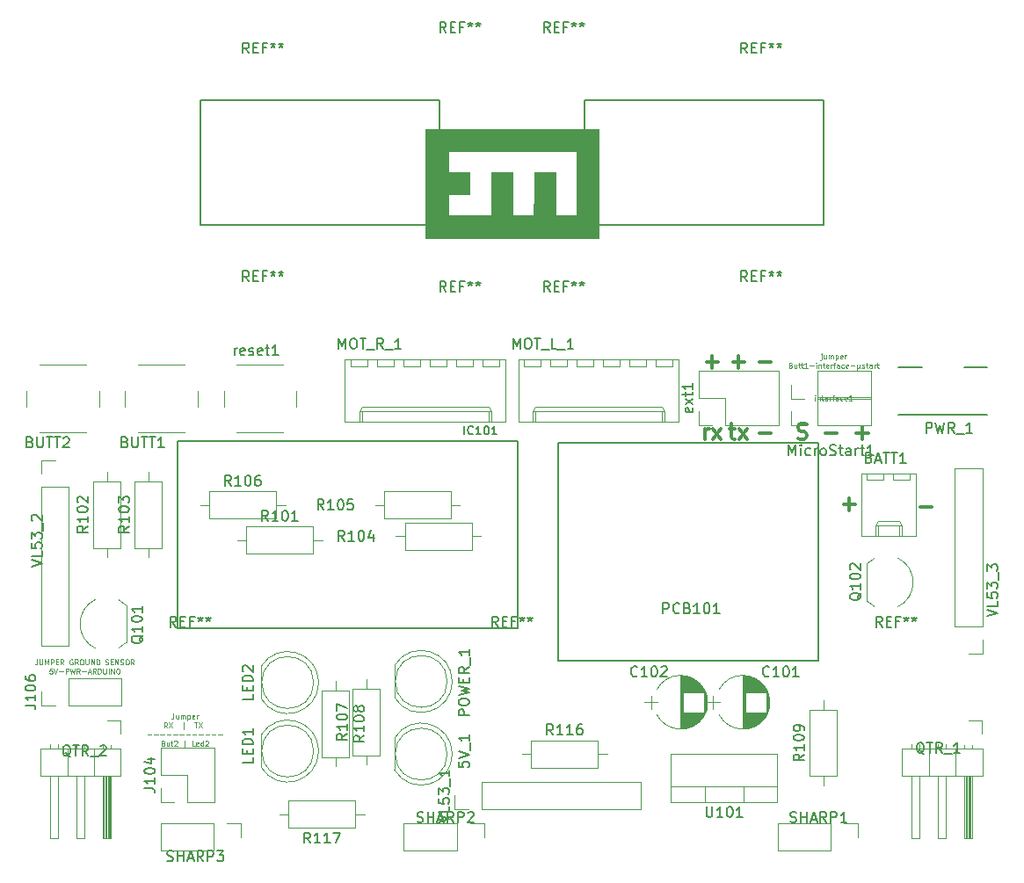
<source format=gbr>
G04 #@! TF.GenerationSoftware,KiCad,Pcbnew,(5.0.2)-1*
G04 #@! TF.CreationDate,2019-01-31T22:52:24+01:00*
G04 #@! TF.ProjectId,v3,76332e6b-6963-4616-945f-706362585858,rev?*
G04 #@! TF.SameCoordinates,Original*
G04 #@! TF.FileFunction,Legend,Top*
G04 #@! TF.FilePolarity,Positive*
%FSLAX46Y46*%
G04 Gerber Fmt 4.6, Leading zero omitted, Abs format (unit mm)*
G04 Created by KiCad (PCBNEW (5.0.2)-1) date 31/01/2019 22:52:24*
%MOMM*%
%LPD*%
G01*
G04 APERTURE LIST*
%ADD10C,0.300000*%
%ADD11C,0.125000*%
%ADD12C,0.200000*%
%ADD13C,0.150000*%
%ADD14C,0.120000*%
%ADD15C,0.010000*%
%ADD16C,0.160000*%
G04 APERTURE END LIST*
D10*
X122555428Y-78585142D02*
X122769714Y-78656571D01*
X123126857Y-78656571D01*
X123269714Y-78585142D01*
X123341142Y-78513714D01*
X123412571Y-78370857D01*
X123412571Y-78228000D01*
X123341142Y-78085142D01*
X123269714Y-78013714D01*
X123126857Y-77942285D01*
X122841142Y-77870857D01*
X122698285Y-77799428D01*
X122626857Y-77728000D01*
X122555428Y-77585142D01*
X122555428Y-77442285D01*
X122626857Y-77299428D01*
X122698285Y-77228000D01*
X122841142Y-77156571D01*
X123198285Y-77156571D01*
X123412571Y-77228000D01*
X125198285Y-78085142D02*
X126341142Y-78085142D01*
X128198285Y-78085142D02*
X129341142Y-78085142D01*
X128769714Y-78656571D02*
X128769714Y-77513714D01*
D11*
X124829238Y-70575357D02*
X124829238Y-71003928D01*
X124805428Y-71051547D01*
X124757809Y-71075357D01*
X124734000Y-71075357D01*
X124829238Y-70408690D02*
X124805428Y-70432500D01*
X124829238Y-70456309D01*
X124853047Y-70432500D01*
X124829238Y-70408690D01*
X124829238Y-70456309D01*
X125281619Y-70575357D02*
X125281619Y-70908690D01*
X125067333Y-70575357D02*
X125067333Y-70837261D01*
X125091142Y-70884880D01*
X125138761Y-70908690D01*
X125210190Y-70908690D01*
X125257809Y-70884880D01*
X125281619Y-70861071D01*
X125519714Y-70908690D02*
X125519714Y-70575357D01*
X125519714Y-70622976D02*
X125543523Y-70599166D01*
X125591142Y-70575357D01*
X125662571Y-70575357D01*
X125710190Y-70599166D01*
X125734000Y-70646785D01*
X125734000Y-70908690D01*
X125734000Y-70646785D02*
X125757809Y-70599166D01*
X125805428Y-70575357D01*
X125876857Y-70575357D01*
X125924476Y-70599166D01*
X125948285Y-70646785D01*
X125948285Y-70908690D01*
X126186380Y-70575357D02*
X126186380Y-71075357D01*
X126186380Y-70599166D02*
X126234000Y-70575357D01*
X126329238Y-70575357D01*
X126376857Y-70599166D01*
X126400666Y-70622976D01*
X126424476Y-70670595D01*
X126424476Y-70813452D01*
X126400666Y-70861071D01*
X126376857Y-70884880D01*
X126329238Y-70908690D01*
X126234000Y-70908690D01*
X126186380Y-70884880D01*
X126829238Y-70884880D02*
X126781619Y-70908690D01*
X126686380Y-70908690D01*
X126638761Y-70884880D01*
X126614952Y-70837261D01*
X126614952Y-70646785D01*
X126638761Y-70599166D01*
X126686380Y-70575357D01*
X126781619Y-70575357D01*
X126829238Y-70599166D01*
X126853047Y-70646785D01*
X126853047Y-70694404D01*
X126614952Y-70742023D01*
X127067333Y-70908690D02*
X127067333Y-70575357D01*
X127067333Y-70670595D02*
X127091142Y-70622976D01*
X127114952Y-70599166D01*
X127162571Y-70575357D01*
X127210190Y-70575357D01*
X121864952Y-71521785D02*
X121936380Y-71545595D01*
X121960190Y-71569404D01*
X121984000Y-71617023D01*
X121984000Y-71688452D01*
X121960190Y-71736071D01*
X121936380Y-71759880D01*
X121888761Y-71783690D01*
X121698285Y-71783690D01*
X121698285Y-71283690D01*
X121864952Y-71283690D01*
X121912571Y-71307500D01*
X121936380Y-71331309D01*
X121960190Y-71378928D01*
X121960190Y-71426547D01*
X121936380Y-71474166D01*
X121912571Y-71497976D01*
X121864952Y-71521785D01*
X121698285Y-71521785D01*
X122412571Y-71450357D02*
X122412571Y-71783690D01*
X122198285Y-71450357D02*
X122198285Y-71712261D01*
X122222095Y-71759880D01*
X122269714Y-71783690D01*
X122341142Y-71783690D01*
X122388761Y-71759880D01*
X122412571Y-71736071D01*
X122579238Y-71450357D02*
X122769714Y-71450357D01*
X122650666Y-71283690D02*
X122650666Y-71712261D01*
X122674476Y-71759880D01*
X122722095Y-71783690D01*
X122769714Y-71783690D01*
X122864952Y-71450357D02*
X123055428Y-71450357D01*
X122936380Y-71283690D02*
X122936380Y-71712261D01*
X122960190Y-71759880D01*
X123007809Y-71783690D01*
X123055428Y-71783690D01*
X123484000Y-71783690D02*
X123198285Y-71783690D01*
X123341142Y-71783690D02*
X123341142Y-71283690D01*
X123293523Y-71355119D01*
X123245904Y-71402738D01*
X123198285Y-71426547D01*
X123698285Y-71593214D02*
X124079238Y-71593214D01*
X124317333Y-71783690D02*
X124317333Y-71450357D01*
X124317333Y-71283690D02*
X124293523Y-71307500D01*
X124317333Y-71331309D01*
X124341142Y-71307500D01*
X124317333Y-71283690D01*
X124317333Y-71331309D01*
X124555428Y-71450357D02*
X124555428Y-71783690D01*
X124555428Y-71497976D02*
X124579238Y-71474166D01*
X124626857Y-71450357D01*
X124698285Y-71450357D01*
X124745904Y-71474166D01*
X124769714Y-71521785D01*
X124769714Y-71783690D01*
X124936380Y-71450357D02*
X125126857Y-71450357D01*
X125007809Y-71283690D02*
X125007809Y-71712261D01*
X125031619Y-71759880D01*
X125079238Y-71783690D01*
X125126857Y-71783690D01*
X125484000Y-71759880D02*
X125436380Y-71783690D01*
X125341142Y-71783690D01*
X125293523Y-71759880D01*
X125269714Y-71712261D01*
X125269714Y-71521785D01*
X125293523Y-71474166D01*
X125341142Y-71450357D01*
X125436380Y-71450357D01*
X125484000Y-71474166D01*
X125507809Y-71521785D01*
X125507809Y-71569404D01*
X125269714Y-71617023D01*
X125722095Y-71783690D02*
X125722095Y-71450357D01*
X125722095Y-71545595D02*
X125745904Y-71497976D01*
X125769714Y-71474166D01*
X125817333Y-71450357D01*
X125864952Y-71450357D01*
X125960190Y-71450357D02*
X126150666Y-71450357D01*
X126031619Y-71783690D02*
X126031619Y-71355119D01*
X126055428Y-71307500D01*
X126103047Y-71283690D01*
X126150666Y-71283690D01*
X126531619Y-71783690D02*
X126531619Y-71521785D01*
X126507809Y-71474166D01*
X126460190Y-71450357D01*
X126364952Y-71450357D01*
X126317333Y-71474166D01*
X126531619Y-71759880D02*
X126484000Y-71783690D01*
X126364952Y-71783690D01*
X126317333Y-71759880D01*
X126293523Y-71712261D01*
X126293523Y-71664642D01*
X126317333Y-71617023D01*
X126364952Y-71593214D01*
X126484000Y-71593214D01*
X126531619Y-71569404D01*
X126984000Y-71759880D02*
X126936380Y-71783690D01*
X126841142Y-71783690D01*
X126793523Y-71759880D01*
X126769714Y-71736071D01*
X126745904Y-71688452D01*
X126745904Y-71545595D01*
X126769714Y-71497976D01*
X126793523Y-71474166D01*
X126841142Y-71450357D01*
X126936380Y-71450357D01*
X126984000Y-71474166D01*
X127388761Y-71759880D02*
X127341142Y-71783690D01*
X127245904Y-71783690D01*
X127198285Y-71759880D01*
X127174476Y-71712261D01*
X127174476Y-71521785D01*
X127198285Y-71474166D01*
X127245904Y-71450357D01*
X127341142Y-71450357D01*
X127388761Y-71474166D01*
X127412571Y-71521785D01*
X127412571Y-71569404D01*
X127174476Y-71617023D01*
X127626857Y-71593214D02*
X128007809Y-71593214D01*
X128245904Y-71450357D02*
X128245904Y-71950357D01*
X128484000Y-71712261D02*
X128507809Y-71759880D01*
X128555428Y-71783690D01*
X128245904Y-71712261D02*
X128269714Y-71759880D01*
X128317333Y-71783690D01*
X128412571Y-71783690D01*
X128460190Y-71759880D01*
X128484000Y-71712261D01*
X128484000Y-71450357D01*
X128745904Y-71759880D02*
X128793523Y-71783690D01*
X128888761Y-71783690D01*
X128936380Y-71759880D01*
X128960190Y-71712261D01*
X128960190Y-71688452D01*
X128936380Y-71640833D01*
X128888761Y-71617023D01*
X128817333Y-71617023D01*
X128769714Y-71593214D01*
X128745904Y-71545595D01*
X128745904Y-71521785D01*
X128769714Y-71474166D01*
X128817333Y-71450357D01*
X128888761Y-71450357D01*
X128936380Y-71474166D01*
X129103047Y-71450357D02*
X129293523Y-71450357D01*
X129174476Y-71283690D02*
X129174476Y-71712261D01*
X129198285Y-71759880D01*
X129245904Y-71783690D01*
X129293523Y-71783690D01*
X129674476Y-71783690D02*
X129674476Y-71521785D01*
X129650666Y-71474166D01*
X129603047Y-71450357D01*
X129507809Y-71450357D01*
X129460190Y-71474166D01*
X129674476Y-71759880D02*
X129626857Y-71783690D01*
X129507809Y-71783690D01*
X129460190Y-71759880D01*
X129436380Y-71712261D01*
X129436380Y-71664642D01*
X129460190Y-71617023D01*
X129507809Y-71593214D01*
X129626857Y-71593214D01*
X129674476Y-71569404D01*
X129912571Y-71783690D02*
X129912571Y-71450357D01*
X129912571Y-71545595D02*
X129936380Y-71497976D01*
X129960190Y-71474166D01*
X130007809Y-71450357D01*
X130055428Y-71450357D01*
X130150666Y-71450357D02*
X130341142Y-71450357D01*
X130222095Y-71283690D02*
X130222095Y-71712261D01*
X130245904Y-71759880D01*
X130293523Y-71783690D01*
X130341142Y-71783690D01*
D10*
X113585714Y-78656571D02*
X113585714Y-77656571D01*
X113585714Y-77942285D02*
X113657142Y-77799428D01*
X113728571Y-77728000D01*
X113871428Y-77656571D01*
X114014285Y-77656571D01*
X114371428Y-78656571D02*
X115157142Y-77656571D01*
X114371428Y-77656571D02*
X115157142Y-78656571D01*
X115947142Y-77656571D02*
X116518571Y-77656571D01*
X116161428Y-77156571D02*
X116161428Y-78442285D01*
X116232857Y-78585142D01*
X116375714Y-78656571D01*
X116518571Y-78656571D01*
X116875714Y-78656571D02*
X117661428Y-77656571D01*
X116875714Y-77656571D02*
X117661428Y-78656571D01*
X118808571Y-78085142D02*
X119951428Y-78085142D01*
X118808571Y-71227142D02*
X119951428Y-71227142D01*
X116268571Y-71227142D02*
X117411428Y-71227142D01*
X116840000Y-71798571D02*
X116840000Y-70655714D01*
X113728571Y-71227142D02*
X114871428Y-71227142D01*
X114300000Y-71798571D02*
X114300000Y-70655714D01*
X134302571Y-85197142D02*
X135445428Y-85197142D01*
X126936571Y-84943142D02*
X128079428Y-84943142D01*
X127508000Y-85514571D02*
X127508000Y-84371714D01*
D11*
X62416666Y-105093690D02*
X62416666Y-105450833D01*
X62392857Y-105522261D01*
X62345238Y-105569880D01*
X62273809Y-105593690D01*
X62226190Y-105593690D01*
X62869047Y-105260357D02*
X62869047Y-105593690D01*
X62654761Y-105260357D02*
X62654761Y-105522261D01*
X62678571Y-105569880D01*
X62726190Y-105593690D01*
X62797619Y-105593690D01*
X62845238Y-105569880D01*
X62869047Y-105546071D01*
X63107142Y-105593690D02*
X63107142Y-105260357D01*
X63107142Y-105307976D02*
X63130952Y-105284166D01*
X63178571Y-105260357D01*
X63250000Y-105260357D01*
X63297619Y-105284166D01*
X63321428Y-105331785D01*
X63321428Y-105593690D01*
X63321428Y-105331785D02*
X63345238Y-105284166D01*
X63392857Y-105260357D01*
X63464285Y-105260357D01*
X63511904Y-105284166D01*
X63535714Y-105331785D01*
X63535714Y-105593690D01*
X63773809Y-105260357D02*
X63773809Y-105760357D01*
X63773809Y-105284166D02*
X63821428Y-105260357D01*
X63916666Y-105260357D01*
X63964285Y-105284166D01*
X63988095Y-105307976D01*
X64011904Y-105355595D01*
X64011904Y-105498452D01*
X63988095Y-105546071D01*
X63964285Y-105569880D01*
X63916666Y-105593690D01*
X63821428Y-105593690D01*
X63773809Y-105569880D01*
X64416666Y-105569880D02*
X64369047Y-105593690D01*
X64273809Y-105593690D01*
X64226190Y-105569880D01*
X64202380Y-105522261D01*
X64202380Y-105331785D01*
X64226190Y-105284166D01*
X64273809Y-105260357D01*
X64369047Y-105260357D01*
X64416666Y-105284166D01*
X64440476Y-105331785D01*
X64440476Y-105379404D01*
X64202380Y-105427023D01*
X64654761Y-105593690D02*
X64654761Y-105260357D01*
X64654761Y-105355595D02*
X64678571Y-105307976D01*
X64702380Y-105284166D01*
X64750000Y-105260357D01*
X64797619Y-105260357D01*
X61797619Y-106468690D02*
X61630952Y-106230595D01*
X61511904Y-106468690D02*
X61511904Y-105968690D01*
X61702380Y-105968690D01*
X61750000Y-105992500D01*
X61773809Y-106016309D01*
X61797619Y-106063928D01*
X61797619Y-106135357D01*
X61773809Y-106182976D01*
X61750000Y-106206785D01*
X61702380Y-106230595D01*
X61511904Y-106230595D01*
X61964285Y-105968690D02*
X62297619Y-106468690D01*
X62297619Y-105968690D02*
X61964285Y-106468690D01*
X63369047Y-106635357D02*
X63369047Y-105921071D01*
X64416666Y-105968690D02*
X64702380Y-105968690D01*
X64559523Y-106468690D02*
X64559523Y-105968690D01*
X64821428Y-105968690D02*
X65154761Y-106468690D01*
X65154761Y-105968690D02*
X64821428Y-106468690D01*
X59904761Y-107153214D02*
X60285714Y-107153214D01*
X60523809Y-107153214D02*
X60904761Y-107153214D01*
X61142857Y-107153214D02*
X61523809Y-107153214D01*
X61761904Y-107153214D02*
X62142857Y-107153214D01*
X62380952Y-107153214D02*
X62761904Y-107153214D01*
X63000000Y-107153214D02*
X63380952Y-107153214D01*
X63619047Y-107153214D02*
X64000000Y-107153214D01*
X64238095Y-107153214D02*
X64619047Y-107153214D01*
X64857142Y-107153214D02*
X65238095Y-107153214D01*
X65476190Y-107153214D02*
X65857142Y-107153214D01*
X66095238Y-107153214D02*
X66476190Y-107153214D01*
X66714285Y-107153214D02*
X67095238Y-107153214D01*
X61428571Y-107956785D02*
X61500000Y-107980595D01*
X61523809Y-108004404D01*
X61547619Y-108052023D01*
X61547619Y-108123452D01*
X61523809Y-108171071D01*
X61500000Y-108194880D01*
X61452380Y-108218690D01*
X61261904Y-108218690D01*
X61261904Y-107718690D01*
X61428571Y-107718690D01*
X61476190Y-107742500D01*
X61500000Y-107766309D01*
X61523809Y-107813928D01*
X61523809Y-107861547D01*
X61500000Y-107909166D01*
X61476190Y-107932976D01*
X61428571Y-107956785D01*
X61261904Y-107956785D01*
X61976190Y-107885357D02*
X61976190Y-108218690D01*
X61761904Y-107885357D02*
X61761904Y-108147261D01*
X61785714Y-108194880D01*
X61833333Y-108218690D01*
X61904761Y-108218690D01*
X61952380Y-108194880D01*
X61976190Y-108171071D01*
X62142857Y-107885357D02*
X62333333Y-107885357D01*
X62214285Y-107718690D02*
X62214285Y-108147261D01*
X62238095Y-108194880D01*
X62285714Y-108218690D01*
X62333333Y-108218690D01*
X62476190Y-107766309D02*
X62500000Y-107742500D01*
X62547619Y-107718690D01*
X62666666Y-107718690D01*
X62714285Y-107742500D01*
X62738095Y-107766309D01*
X62761904Y-107813928D01*
X62761904Y-107861547D01*
X62738095Y-107932976D01*
X62452380Y-108218690D01*
X62761904Y-108218690D01*
X63476190Y-108385357D02*
X63476190Y-107671071D01*
X64452380Y-108218690D02*
X64214285Y-108218690D01*
X64214285Y-107718690D01*
X64809523Y-108194880D02*
X64761904Y-108218690D01*
X64666666Y-108218690D01*
X64619047Y-108194880D01*
X64595238Y-108147261D01*
X64595238Y-107956785D01*
X64619047Y-107909166D01*
X64666666Y-107885357D01*
X64761904Y-107885357D01*
X64809523Y-107909166D01*
X64833333Y-107956785D01*
X64833333Y-108004404D01*
X64595238Y-108052023D01*
X65261904Y-108218690D02*
X65261904Y-107718690D01*
X65261904Y-108194880D02*
X65214285Y-108218690D01*
X65119047Y-108218690D01*
X65071428Y-108194880D01*
X65047619Y-108171071D01*
X65023809Y-108123452D01*
X65023809Y-107980595D01*
X65047619Y-107932976D01*
X65071428Y-107909166D01*
X65119047Y-107885357D01*
X65214285Y-107885357D01*
X65261904Y-107909166D01*
X65476190Y-107766309D02*
X65500000Y-107742500D01*
X65547619Y-107718690D01*
X65666666Y-107718690D01*
X65714285Y-107742500D01*
X65738095Y-107766309D01*
X65761904Y-107813928D01*
X65761904Y-107861547D01*
X65738095Y-107932976D01*
X65452380Y-108218690D01*
X65761904Y-108218690D01*
X49252761Y-99872690D02*
X49252761Y-100229833D01*
X49228952Y-100301261D01*
X49181333Y-100348880D01*
X49109904Y-100372690D01*
X49062285Y-100372690D01*
X49490857Y-99872690D02*
X49490857Y-100277452D01*
X49514666Y-100325071D01*
X49538476Y-100348880D01*
X49586095Y-100372690D01*
X49681333Y-100372690D01*
X49728952Y-100348880D01*
X49752761Y-100325071D01*
X49776571Y-100277452D01*
X49776571Y-99872690D01*
X50014666Y-100372690D02*
X50014666Y-99872690D01*
X50181333Y-100229833D01*
X50348000Y-99872690D01*
X50348000Y-100372690D01*
X50586095Y-100372690D02*
X50586095Y-99872690D01*
X50776571Y-99872690D01*
X50824190Y-99896500D01*
X50848000Y-99920309D01*
X50871809Y-99967928D01*
X50871809Y-100039357D01*
X50848000Y-100086976D01*
X50824190Y-100110785D01*
X50776571Y-100134595D01*
X50586095Y-100134595D01*
X51086095Y-100110785D02*
X51252761Y-100110785D01*
X51324190Y-100372690D02*
X51086095Y-100372690D01*
X51086095Y-99872690D01*
X51324190Y-99872690D01*
X51824190Y-100372690D02*
X51657523Y-100134595D01*
X51538476Y-100372690D02*
X51538476Y-99872690D01*
X51728952Y-99872690D01*
X51776571Y-99896500D01*
X51800380Y-99920309D01*
X51824190Y-99967928D01*
X51824190Y-100039357D01*
X51800380Y-100086976D01*
X51776571Y-100110785D01*
X51728952Y-100134595D01*
X51538476Y-100134595D01*
X52681333Y-99896500D02*
X52633714Y-99872690D01*
X52562285Y-99872690D01*
X52490857Y-99896500D01*
X52443238Y-99944119D01*
X52419428Y-99991738D01*
X52395619Y-100086976D01*
X52395619Y-100158404D01*
X52419428Y-100253642D01*
X52443238Y-100301261D01*
X52490857Y-100348880D01*
X52562285Y-100372690D01*
X52609904Y-100372690D01*
X52681333Y-100348880D01*
X52705142Y-100325071D01*
X52705142Y-100158404D01*
X52609904Y-100158404D01*
X53205142Y-100372690D02*
X53038476Y-100134595D01*
X52919428Y-100372690D02*
X52919428Y-99872690D01*
X53109904Y-99872690D01*
X53157523Y-99896500D01*
X53181333Y-99920309D01*
X53205142Y-99967928D01*
X53205142Y-100039357D01*
X53181333Y-100086976D01*
X53157523Y-100110785D01*
X53109904Y-100134595D01*
X52919428Y-100134595D01*
X53514666Y-99872690D02*
X53609904Y-99872690D01*
X53657523Y-99896500D01*
X53705142Y-99944119D01*
X53728952Y-100039357D01*
X53728952Y-100206023D01*
X53705142Y-100301261D01*
X53657523Y-100348880D01*
X53609904Y-100372690D01*
X53514666Y-100372690D01*
X53467047Y-100348880D01*
X53419428Y-100301261D01*
X53395619Y-100206023D01*
X53395619Y-100039357D01*
X53419428Y-99944119D01*
X53467047Y-99896500D01*
X53514666Y-99872690D01*
X53943238Y-99872690D02*
X53943238Y-100277452D01*
X53967047Y-100325071D01*
X53990857Y-100348880D01*
X54038476Y-100372690D01*
X54133714Y-100372690D01*
X54181333Y-100348880D01*
X54205142Y-100325071D01*
X54228952Y-100277452D01*
X54228952Y-99872690D01*
X54467047Y-100372690D02*
X54467047Y-99872690D01*
X54752761Y-100372690D01*
X54752761Y-99872690D01*
X54990857Y-100372690D02*
X54990857Y-99872690D01*
X55109904Y-99872690D01*
X55181333Y-99896500D01*
X55228952Y-99944119D01*
X55252761Y-99991738D01*
X55276571Y-100086976D01*
X55276571Y-100158404D01*
X55252761Y-100253642D01*
X55228952Y-100301261D01*
X55181333Y-100348880D01*
X55109904Y-100372690D01*
X54990857Y-100372690D01*
X55848000Y-100348880D02*
X55919428Y-100372690D01*
X56038476Y-100372690D01*
X56086095Y-100348880D01*
X56109904Y-100325071D01*
X56133714Y-100277452D01*
X56133714Y-100229833D01*
X56109904Y-100182214D01*
X56086095Y-100158404D01*
X56038476Y-100134595D01*
X55943238Y-100110785D01*
X55895619Y-100086976D01*
X55871809Y-100063166D01*
X55848000Y-100015547D01*
X55848000Y-99967928D01*
X55871809Y-99920309D01*
X55895619Y-99896500D01*
X55943238Y-99872690D01*
X56062285Y-99872690D01*
X56133714Y-99896500D01*
X56348000Y-100110785D02*
X56514666Y-100110785D01*
X56586095Y-100372690D02*
X56348000Y-100372690D01*
X56348000Y-99872690D01*
X56586095Y-99872690D01*
X56800380Y-100372690D02*
X56800380Y-99872690D01*
X57086095Y-100372690D01*
X57086095Y-99872690D01*
X57300380Y-100348880D02*
X57371809Y-100372690D01*
X57490857Y-100372690D01*
X57538476Y-100348880D01*
X57562285Y-100325071D01*
X57586095Y-100277452D01*
X57586095Y-100229833D01*
X57562285Y-100182214D01*
X57538476Y-100158404D01*
X57490857Y-100134595D01*
X57395619Y-100110785D01*
X57347999Y-100086976D01*
X57324190Y-100063166D01*
X57300380Y-100015547D01*
X57300380Y-99967928D01*
X57324190Y-99920309D01*
X57347999Y-99896500D01*
X57395619Y-99872690D01*
X57514666Y-99872690D01*
X57586095Y-99896500D01*
X57895619Y-99872690D02*
X57990857Y-99872690D01*
X58038476Y-99896500D01*
X58086095Y-99944119D01*
X58109904Y-100039357D01*
X58109904Y-100206023D01*
X58086095Y-100301261D01*
X58038476Y-100348880D01*
X57990857Y-100372690D01*
X57895619Y-100372690D01*
X57847999Y-100348880D01*
X57800380Y-100301261D01*
X57776571Y-100206023D01*
X57776571Y-100039357D01*
X57800380Y-99944119D01*
X57847999Y-99896500D01*
X57895619Y-99872690D01*
X58609904Y-100372690D02*
X58443238Y-100134595D01*
X58324190Y-100372690D02*
X58324190Y-99872690D01*
X58514666Y-99872690D01*
X58562285Y-99896500D01*
X58586095Y-99920309D01*
X58609904Y-99967928D01*
X58609904Y-100039357D01*
X58586095Y-100086976D01*
X58562285Y-100110785D01*
X58514666Y-100134595D01*
X58324190Y-100134595D01*
X50728952Y-100747690D02*
X50490857Y-100747690D01*
X50467047Y-100985785D01*
X50490857Y-100961976D01*
X50538476Y-100938166D01*
X50657523Y-100938166D01*
X50705142Y-100961976D01*
X50728952Y-100985785D01*
X50752761Y-101033404D01*
X50752761Y-101152452D01*
X50728952Y-101200071D01*
X50705142Y-101223880D01*
X50657523Y-101247690D01*
X50538476Y-101247690D01*
X50490857Y-101223880D01*
X50467047Y-101200071D01*
X50895619Y-100747690D02*
X51062285Y-101247690D01*
X51228952Y-100747690D01*
X51395619Y-101057214D02*
X51776571Y-101057214D01*
X52014666Y-101247690D02*
X52014666Y-100747690D01*
X52205142Y-100747690D01*
X52252761Y-100771500D01*
X52276571Y-100795309D01*
X52300380Y-100842928D01*
X52300380Y-100914357D01*
X52276571Y-100961976D01*
X52252761Y-100985785D01*
X52205142Y-101009595D01*
X52014666Y-101009595D01*
X52467047Y-100747690D02*
X52586095Y-101247690D01*
X52681333Y-100890547D01*
X52776571Y-101247690D01*
X52895619Y-100747690D01*
X53371809Y-101247690D02*
X53205142Y-101009595D01*
X53086095Y-101247690D02*
X53086095Y-100747690D01*
X53276571Y-100747690D01*
X53324190Y-100771500D01*
X53348000Y-100795309D01*
X53371809Y-100842928D01*
X53371809Y-100914357D01*
X53348000Y-100961976D01*
X53324190Y-100985785D01*
X53276571Y-101009595D01*
X53086095Y-101009595D01*
X53586095Y-101057214D02*
X53967047Y-101057214D01*
X54181333Y-101104833D02*
X54419428Y-101104833D01*
X54133714Y-101247690D02*
X54300380Y-100747690D01*
X54467047Y-101247690D01*
X54919428Y-101247690D02*
X54752761Y-101009595D01*
X54633714Y-101247690D02*
X54633714Y-100747690D01*
X54824190Y-100747690D01*
X54871809Y-100771500D01*
X54895619Y-100795309D01*
X54919428Y-100842928D01*
X54919428Y-100914357D01*
X54895619Y-100961976D01*
X54871809Y-100985785D01*
X54824190Y-101009595D01*
X54633714Y-101009595D01*
X55133714Y-101247690D02*
X55133714Y-100747690D01*
X55252761Y-100747690D01*
X55324190Y-100771500D01*
X55371809Y-100819119D01*
X55395619Y-100866738D01*
X55419428Y-100961976D01*
X55419428Y-101033404D01*
X55395619Y-101128642D01*
X55371809Y-101176261D01*
X55324190Y-101223880D01*
X55252761Y-101247690D01*
X55133714Y-101247690D01*
X55633714Y-100747690D02*
X55633714Y-101152452D01*
X55657523Y-101200071D01*
X55681333Y-101223880D01*
X55728952Y-101247690D01*
X55824190Y-101247690D01*
X55871809Y-101223880D01*
X55895619Y-101200071D01*
X55919428Y-101152452D01*
X55919428Y-100747690D01*
X56157523Y-101247690D02*
X56157523Y-100747690D01*
X56395619Y-101247690D02*
X56395619Y-100747690D01*
X56681333Y-101247690D01*
X56681333Y-100747690D01*
X57014666Y-100747690D02*
X57109904Y-100747690D01*
X57157523Y-100771500D01*
X57205142Y-100819119D01*
X57228952Y-100914357D01*
X57228952Y-101081023D01*
X57205142Y-101176261D01*
X57157523Y-101223880D01*
X57109904Y-101247690D01*
X57014666Y-101247690D01*
X56967047Y-101223880D01*
X56919428Y-101176261D01*
X56895619Y-101081023D01*
X56895619Y-100914357D01*
X56919428Y-100819119D01*
X56967047Y-100771500D01*
X57014666Y-100747690D01*
D12*
X65000000Y-58000000D02*
X65000000Y-46000000D01*
X88000000Y-58000000D02*
X65000000Y-58000000D01*
X88000000Y-46000000D02*
X88000000Y-58000000D01*
X65000000Y-46000000D02*
X88000000Y-46000000D01*
X102000000Y-58000000D02*
X102000000Y-46000000D01*
X125000000Y-58000000D02*
X102000000Y-58000000D01*
X125000000Y-46000000D02*
X125000000Y-58000000D01*
X102000000Y-46000000D02*
X125000000Y-46000000D01*
D13*
G04 #@! TO.C,PCB101*
X124500000Y-100000000D02*
X99500000Y-100000000D01*
X99500000Y-100000000D02*
X99500000Y-79000000D01*
X99500000Y-79000000D02*
X124500000Y-79000000D01*
X124500000Y-79000000D02*
X124500000Y-100000000D01*
G04 #@! TO.C,IC101*
X62760000Y-78856000D02*
X62760000Y-96890000D01*
X95526000Y-96890000D02*
X95526000Y-78856000D01*
X62760000Y-78856000D02*
X95526000Y-78856000D01*
X95526000Y-96890000D02*
X62760000Y-96890000D01*
D14*
G04 #@! TO.C,C101*
X119555722Y-102820277D02*
G75*
G03X114944420Y-102820000I-2305722J-1179723D01*
G01*
X119555722Y-105179723D02*
G75*
G02X114944420Y-105180000I-2305722J1179723D01*
G01*
X119555722Y-105179723D02*
G75*
G03X119555580Y-102820000I-2305722J1179723D01*
G01*
X117250000Y-101450000D02*
X117250000Y-106550000D01*
X117290000Y-101450000D02*
X117290000Y-106550000D01*
X117330000Y-101451000D02*
X117330000Y-106549000D01*
X117370000Y-101452000D02*
X117370000Y-106548000D01*
X117410000Y-101454000D02*
X117410000Y-106546000D01*
X117450000Y-101457000D02*
X117450000Y-106543000D01*
X117490000Y-101461000D02*
X117490000Y-106539000D01*
X117530000Y-101465000D02*
X117530000Y-103020000D01*
X117530000Y-104980000D02*
X117530000Y-106535000D01*
X117570000Y-101469000D02*
X117570000Y-103020000D01*
X117570000Y-104980000D02*
X117570000Y-106531000D01*
X117610000Y-101475000D02*
X117610000Y-103020000D01*
X117610000Y-104980000D02*
X117610000Y-106525000D01*
X117650000Y-101481000D02*
X117650000Y-103020000D01*
X117650000Y-104980000D02*
X117650000Y-106519000D01*
X117690000Y-101487000D02*
X117690000Y-103020000D01*
X117690000Y-104980000D02*
X117690000Y-106513000D01*
X117730000Y-101494000D02*
X117730000Y-103020000D01*
X117730000Y-104980000D02*
X117730000Y-106506000D01*
X117770000Y-101502000D02*
X117770000Y-103020000D01*
X117770000Y-104980000D02*
X117770000Y-106498000D01*
X117810000Y-101511000D02*
X117810000Y-103020000D01*
X117810000Y-104980000D02*
X117810000Y-106489000D01*
X117850000Y-101520000D02*
X117850000Y-103020000D01*
X117850000Y-104980000D02*
X117850000Y-106480000D01*
X117890000Y-101530000D02*
X117890000Y-103020000D01*
X117890000Y-104980000D02*
X117890000Y-106470000D01*
X117930000Y-101540000D02*
X117930000Y-103020000D01*
X117930000Y-104980000D02*
X117930000Y-106460000D01*
X117971000Y-101552000D02*
X117971000Y-103020000D01*
X117971000Y-104980000D02*
X117971000Y-106448000D01*
X118011000Y-101564000D02*
X118011000Y-103020000D01*
X118011000Y-104980000D02*
X118011000Y-106436000D01*
X118051000Y-101576000D02*
X118051000Y-103020000D01*
X118051000Y-104980000D02*
X118051000Y-106424000D01*
X118091000Y-101590000D02*
X118091000Y-103020000D01*
X118091000Y-104980000D02*
X118091000Y-106410000D01*
X118131000Y-101604000D02*
X118131000Y-103020000D01*
X118131000Y-104980000D02*
X118131000Y-106396000D01*
X118171000Y-101618000D02*
X118171000Y-103020000D01*
X118171000Y-104980000D02*
X118171000Y-106382000D01*
X118211000Y-101634000D02*
X118211000Y-103020000D01*
X118211000Y-104980000D02*
X118211000Y-106366000D01*
X118251000Y-101650000D02*
X118251000Y-103020000D01*
X118251000Y-104980000D02*
X118251000Y-106350000D01*
X118291000Y-101667000D02*
X118291000Y-103020000D01*
X118291000Y-104980000D02*
X118291000Y-106333000D01*
X118331000Y-101685000D02*
X118331000Y-103020000D01*
X118331000Y-104980000D02*
X118331000Y-106315000D01*
X118371000Y-101704000D02*
X118371000Y-103020000D01*
X118371000Y-104980000D02*
X118371000Y-106296000D01*
X118411000Y-101724000D02*
X118411000Y-103020000D01*
X118411000Y-104980000D02*
X118411000Y-106276000D01*
X118451000Y-101744000D02*
X118451000Y-103020000D01*
X118451000Y-104980000D02*
X118451000Y-106256000D01*
X118491000Y-101766000D02*
X118491000Y-103020000D01*
X118491000Y-104980000D02*
X118491000Y-106234000D01*
X118531000Y-101788000D02*
X118531000Y-103020000D01*
X118531000Y-104980000D02*
X118531000Y-106212000D01*
X118571000Y-101811000D02*
X118571000Y-103020000D01*
X118571000Y-104980000D02*
X118571000Y-106189000D01*
X118611000Y-101835000D02*
X118611000Y-103020000D01*
X118611000Y-104980000D02*
X118611000Y-106165000D01*
X118651000Y-101860000D02*
X118651000Y-103020000D01*
X118651000Y-104980000D02*
X118651000Y-106140000D01*
X118691000Y-101887000D02*
X118691000Y-103020000D01*
X118691000Y-104980000D02*
X118691000Y-106113000D01*
X118731000Y-101914000D02*
X118731000Y-103020000D01*
X118731000Y-104980000D02*
X118731000Y-106086000D01*
X118771000Y-101942000D02*
X118771000Y-103020000D01*
X118771000Y-104980000D02*
X118771000Y-106058000D01*
X118811000Y-101972000D02*
X118811000Y-103020000D01*
X118811000Y-104980000D02*
X118811000Y-106028000D01*
X118851000Y-102003000D02*
X118851000Y-103020000D01*
X118851000Y-104980000D02*
X118851000Y-105997000D01*
X118891000Y-102035000D02*
X118891000Y-103020000D01*
X118891000Y-104980000D02*
X118891000Y-105965000D01*
X118931000Y-102068000D02*
X118931000Y-103020000D01*
X118931000Y-104980000D02*
X118931000Y-105932000D01*
X118971000Y-102103000D02*
X118971000Y-103020000D01*
X118971000Y-104980000D02*
X118971000Y-105897000D01*
X119011000Y-102139000D02*
X119011000Y-103020000D01*
X119011000Y-104980000D02*
X119011000Y-105861000D01*
X119051000Y-102177000D02*
X119051000Y-103020000D01*
X119051000Y-104980000D02*
X119051000Y-105823000D01*
X119091000Y-102217000D02*
X119091000Y-103020000D01*
X119091000Y-104980000D02*
X119091000Y-105783000D01*
X119131000Y-102258000D02*
X119131000Y-103020000D01*
X119131000Y-104980000D02*
X119131000Y-105742000D01*
X119171000Y-102301000D02*
X119171000Y-103020000D01*
X119171000Y-104980000D02*
X119171000Y-105699000D01*
X119211000Y-102346000D02*
X119211000Y-103020000D01*
X119211000Y-104980000D02*
X119211000Y-105654000D01*
X119251000Y-102394000D02*
X119251000Y-103020000D01*
X119251000Y-104980000D02*
X119251000Y-105606000D01*
X119291000Y-102444000D02*
X119291000Y-103020000D01*
X119291000Y-104980000D02*
X119291000Y-105556000D01*
X119331000Y-102496000D02*
X119331000Y-103020000D01*
X119331000Y-104980000D02*
X119331000Y-105504000D01*
X119371000Y-102552000D02*
X119371000Y-103020000D01*
X119371000Y-104980000D02*
X119371000Y-105448000D01*
X119411000Y-102610000D02*
X119411000Y-103020000D01*
X119411000Y-104980000D02*
X119411000Y-105390000D01*
X119451000Y-102673000D02*
X119451000Y-103020000D01*
X119451000Y-104980000D02*
X119451000Y-105327000D01*
X119491000Y-102739000D02*
X119491000Y-105261000D01*
X119531000Y-102811000D02*
X119531000Y-105189000D01*
X119571000Y-102888000D02*
X119571000Y-105112000D01*
X119611000Y-102972000D02*
X119611000Y-105028000D01*
X119651000Y-103066000D02*
X119651000Y-104934000D01*
X119691000Y-103171000D02*
X119691000Y-104829000D01*
X119731000Y-103293000D02*
X119731000Y-104707000D01*
X119771000Y-103441000D02*
X119771000Y-104559000D01*
X119811000Y-103646000D02*
X119811000Y-104354000D01*
X113800000Y-104000000D02*
X115000000Y-104000000D01*
X114400000Y-103350000D02*
X114400000Y-104650000D01*
G04 #@! TO.C,C102*
X108400000Y-103350000D02*
X108400000Y-104650000D01*
X107800000Y-104000000D02*
X109000000Y-104000000D01*
X113811000Y-103646000D02*
X113811000Y-104354000D01*
X113771000Y-103441000D02*
X113771000Y-104559000D01*
X113731000Y-103293000D02*
X113731000Y-104707000D01*
X113691000Y-103171000D02*
X113691000Y-104829000D01*
X113651000Y-103066000D02*
X113651000Y-104934000D01*
X113611000Y-102972000D02*
X113611000Y-105028000D01*
X113571000Y-102888000D02*
X113571000Y-105112000D01*
X113531000Y-102811000D02*
X113531000Y-105189000D01*
X113491000Y-102739000D02*
X113491000Y-105261000D01*
X113451000Y-104980000D02*
X113451000Y-105327000D01*
X113451000Y-102673000D02*
X113451000Y-103020000D01*
X113411000Y-104980000D02*
X113411000Y-105390000D01*
X113411000Y-102610000D02*
X113411000Y-103020000D01*
X113371000Y-104980000D02*
X113371000Y-105448000D01*
X113371000Y-102552000D02*
X113371000Y-103020000D01*
X113331000Y-104980000D02*
X113331000Y-105504000D01*
X113331000Y-102496000D02*
X113331000Y-103020000D01*
X113291000Y-104980000D02*
X113291000Y-105556000D01*
X113291000Y-102444000D02*
X113291000Y-103020000D01*
X113251000Y-104980000D02*
X113251000Y-105606000D01*
X113251000Y-102394000D02*
X113251000Y-103020000D01*
X113211000Y-104980000D02*
X113211000Y-105654000D01*
X113211000Y-102346000D02*
X113211000Y-103020000D01*
X113171000Y-104980000D02*
X113171000Y-105699000D01*
X113171000Y-102301000D02*
X113171000Y-103020000D01*
X113131000Y-104980000D02*
X113131000Y-105742000D01*
X113131000Y-102258000D02*
X113131000Y-103020000D01*
X113091000Y-104980000D02*
X113091000Y-105783000D01*
X113091000Y-102217000D02*
X113091000Y-103020000D01*
X113051000Y-104980000D02*
X113051000Y-105823000D01*
X113051000Y-102177000D02*
X113051000Y-103020000D01*
X113011000Y-104980000D02*
X113011000Y-105861000D01*
X113011000Y-102139000D02*
X113011000Y-103020000D01*
X112971000Y-104980000D02*
X112971000Y-105897000D01*
X112971000Y-102103000D02*
X112971000Y-103020000D01*
X112931000Y-104980000D02*
X112931000Y-105932000D01*
X112931000Y-102068000D02*
X112931000Y-103020000D01*
X112891000Y-104980000D02*
X112891000Y-105965000D01*
X112891000Y-102035000D02*
X112891000Y-103020000D01*
X112851000Y-104980000D02*
X112851000Y-105997000D01*
X112851000Y-102003000D02*
X112851000Y-103020000D01*
X112811000Y-104980000D02*
X112811000Y-106028000D01*
X112811000Y-101972000D02*
X112811000Y-103020000D01*
X112771000Y-104980000D02*
X112771000Y-106058000D01*
X112771000Y-101942000D02*
X112771000Y-103020000D01*
X112731000Y-104980000D02*
X112731000Y-106086000D01*
X112731000Y-101914000D02*
X112731000Y-103020000D01*
X112691000Y-104980000D02*
X112691000Y-106113000D01*
X112691000Y-101887000D02*
X112691000Y-103020000D01*
X112651000Y-104980000D02*
X112651000Y-106140000D01*
X112651000Y-101860000D02*
X112651000Y-103020000D01*
X112611000Y-104980000D02*
X112611000Y-106165000D01*
X112611000Y-101835000D02*
X112611000Y-103020000D01*
X112571000Y-104980000D02*
X112571000Y-106189000D01*
X112571000Y-101811000D02*
X112571000Y-103020000D01*
X112531000Y-104980000D02*
X112531000Y-106212000D01*
X112531000Y-101788000D02*
X112531000Y-103020000D01*
X112491000Y-104980000D02*
X112491000Y-106234000D01*
X112491000Y-101766000D02*
X112491000Y-103020000D01*
X112451000Y-104980000D02*
X112451000Y-106256000D01*
X112451000Y-101744000D02*
X112451000Y-103020000D01*
X112411000Y-104980000D02*
X112411000Y-106276000D01*
X112411000Y-101724000D02*
X112411000Y-103020000D01*
X112371000Y-104980000D02*
X112371000Y-106296000D01*
X112371000Y-101704000D02*
X112371000Y-103020000D01*
X112331000Y-104980000D02*
X112331000Y-106315000D01*
X112331000Y-101685000D02*
X112331000Y-103020000D01*
X112291000Y-104980000D02*
X112291000Y-106333000D01*
X112291000Y-101667000D02*
X112291000Y-103020000D01*
X112251000Y-104980000D02*
X112251000Y-106350000D01*
X112251000Y-101650000D02*
X112251000Y-103020000D01*
X112211000Y-104980000D02*
X112211000Y-106366000D01*
X112211000Y-101634000D02*
X112211000Y-103020000D01*
X112171000Y-104980000D02*
X112171000Y-106382000D01*
X112171000Y-101618000D02*
X112171000Y-103020000D01*
X112131000Y-104980000D02*
X112131000Y-106396000D01*
X112131000Y-101604000D02*
X112131000Y-103020000D01*
X112091000Y-104980000D02*
X112091000Y-106410000D01*
X112091000Y-101590000D02*
X112091000Y-103020000D01*
X112051000Y-104980000D02*
X112051000Y-106424000D01*
X112051000Y-101576000D02*
X112051000Y-103020000D01*
X112011000Y-104980000D02*
X112011000Y-106436000D01*
X112011000Y-101564000D02*
X112011000Y-103020000D01*
X111971000Y-104980000D02*
X111971000Y-106448000D01*
X111971000Y-101552000D02*
X111971000Y-103020000D01*
X111930000Y-104980000D02*
X111930000Y-106460000D01*
X111930000Y-101540000D02*
X111930000Y-103020000D01*
X111890000Y-104980000D02*
X111890000Y-106470000D01*
X111890000Y-101530000D02*
X111890000Y-103020000D01*
X111850000Y-104980000D02*
X111850000Y-106480000D01*
X111850000Y-101520000D02*
X111850000Y-103020000D01*
X111810000Y-104980000D02*
X111810000Y-106489000D01*
X111810000Y-101511000D02*
X111810000Y-103020000D01*
X111770000Y-104980000D02*
X111770000Y-106498000D01*
X111770000Y-101502000D02*
X111770000Y-103020000D01*
X111730000Y-104980000D02*
X111730000Y-106506000D01*
X111730000Y-101494000D02*
X111730000Y-103020000D01*
X111690000Y-104980000D02*
X111690000Y-106513000D01*
X111690000Y-101487000D02*
X111690000Y-103020000D01*
X111650000Y-104980000D02*
X111650000Y-106519000D01*
X111650000Y-101481000D02*
X111650000Y-103020000D01*
X111610000Y-104980000D02*
X111610000Y-106525000D01*
X111610000Y-101475000D02*
X111610000Y-103020000D01*
X111570000Y-104980000D02*
X111570000Y-106531000D01*
X111570000Y-101469000D02*
X111570000Y-103020000D01*
X111530000Y-104980000D02*
X111530000Y-106535000D01*
X111530000Y-101465000D02*
X111530000Y-103020000D01*
X111490000Y-101461000D02*
X111490000Y-106539000D01*
X111450000Y-101457000D02*
X111450000Y-106543000D01*
X111410000Y-101454000D02*
X111410000Y-106546000D01*
X111370000Y-101452000D02*
X111370000Y-106548000D01*
X111330000Y-101451000D02*
X111330000Y-106549000D01*
X111290000Y-101450000D02*
X111290000Y-106550000D01*
X111250000Y-101450000D02*
X111250000Y-106550000D01*
X113555722Y-105179723D02*
G75*
G03X113555580Y-102820000I-2305722J1179723D01*
G01*
X113555722Y-105179723D02*
G75*
G02X108944420Y-105180000I-2305722J1179723D01*
G01*
X113555722Y-102820277D02*
G75*
G03X108944420Y-102820000I-2305722J-1179723D01*
G01*
G04 #@! TO.C,J104*
X61154000Y-113598000D02*
X61154000Y-112268000D01*
X62484000Y-113598000D02*
X61154000Y-113598000D01*
X61154000Y-110998000D02*
X61154000Y-108398000D01*
X63754000Y-110998000D02*
X61154000Y-110998000D01*
X63754000Y-113598000D02*
X63754000Y-110998000D01*
X61154000Y-108398000D02*
X66354000Y-108398000D01*
X63754000Y-113598000D02*
X66354000Y-113598000D01*
X66354000Y-113598000D02*
X66354000Y-108398000D01*
G04 #@! TO.C,J106*
X49670000Y-104330000D02*
X49670000Y-103000000D01*
X51000000Y-104330000D02*
X49670000Y-104330000D01*
X52270000Y-104330000D02*
X52270000Y-101670000D01*
X52270000Y-101670000D02*
X57410000Y-101670000D01*
X52270000Y-104330000D02*
X57410000Y-104330000D01*
X57410000Y-104330000D02*
X57410000Y-101670000D01*
G04 #@! TO.C,Q101*
X57122795Y-94135816D02*
G75*
G02X57850000Y-94660000I-1122795J-2324184D01*
G01*
X54901193Y-94103600D02*
G75*
G03X53400000Y-96460000I1098807J-2356400D01*
G01*
X54901193Y-98816400D02*
G75*
G02X53400000Y-96460000I1098807J2356400D01*
G01*
X57122795Y-98784184D02*
G75*
G03X57850000Y-98260000I-1122795J2324184D01*
G01*
X57850000Y-98260000D02*
X57850000Y-94660000D01*
G04 #@! TO.C,Q102*
X129214000Y-90656000D02*
X129214000Y-94256000D01*
X129941205Y-90131816D02*
G75*
G03X129214000Y-90656000I1122795J-2324184D01*
G01*
X132162807Y-90099600D02*
G75*
G02X133664000Y-92456000I-1098807J-2356400D01*
G01*
X132162807Y-94812400D02*
G75*
G03X133664000Y-92456000I-1098807J2356400D01*
G01*
X129941205Y-94780184D02*
G75*
G02X129214000Y-94256000I1122795J2324184D01*
G01*
G04 #@! TO.C,R101*
X76744000Y-88392000D02*
X75854000Y-88392000D01*
X68544000Y-88392000D02*
X69434000Y-88392000D01*
X75854000Y-87082000D02*
X69434000Y-87082000D01*
X75854000Y-89702000D02*
X75854000Y-87082000D01*
X69434000Y-89702000D02*
X75854000Y-89702000D01*
X69434000Y-87082000D02*
X69434000Y-89702000D01*
G04 #@! TO.C,R102*
X56000000Y-81820000D02*
X56000000Y-82710000D01*
X56000000Y-90020000D02*
X56000000Y-89130000D01*
X54690000Y-82710000D02*
X54690000Y-89130000D01*
X57310000Y-82710000D02*
X54690000Y-82710000D01*
X57310000Y-89130000D02*
X57310000Y-82710000D01*
X54690000Y-89130000D02*
X57310000Y-89130000D01*
G04 #@! TO.C,R103*
X58690000Y-89130000D02*
X61310000Y-89130000D01*
X61310000Y-89130000D02*
X61310000Y-82710000D01*
X61310000Y-82710000D02*
X58690000Y-82710000D01*
X58690000Y-82710000D02*
X58690000Y-89130000D01*
X60000000Y-90020000D02*
X60000000Y-89130000D01*
X60000000Y-81820000D02*
X60000000Y-82710000D01*
G04 #@! TO.C,R104*
X83820000Y-88000000D02*
X84710000Y-88000000D01*
X92020000Y-88000000D02*
X91130000Y-88000000D01*
X84710000Y-89310000D02*
X91130000Y-89310000D01*
X84710000Y-86690000D02*
X84710000Y-89310000D01*
X91130000Y-86690000D02*
X84710000Y-86690000D01*
X91130000Y-89310000D02*
X91130000Y-86690000D01*
G04 #@! TO.C,R105*
X89130000Y-86310000D02*
X89130000Y-83690000D01*
X89130000Y-83690000D02*
X82710000Y-83690000D01*
X82710000Y-83690000D02*
X82710000Y-86310000D01*
X82710000Y-86310000D02*
X89130000Y-86310000D01*
X90020000Y-85000000D02*
X89130000Y-85000000D01*
X81820000Y-85000000D02*
X82710000Y-85000000D01*
G04 #@! TO.C,R106*
X73180000Y-85000000D02*
X72290000Y-85000000D01*
X64980000Y-85000000D02*
X65870000Y-85000000D01*
X72290000Y-83690000D02*
X65870000Y-83690000D01*
X72290000Y-86310000D02*
X72290000Y-83690000D01*
X65870000Y-86310000D02*
X72290000Y-86310000D01*
X65870000Y-83690000D02*
X65870000Y-86310000D01*
G04 #@! TO.C,R107*
X79690000Y-109130000D02*
X82310000Y-109130000D01*
X82310000Y-109130000D02*
X82310000Y-102710000D01*
X82310000Y-102710000D02*
X79690000Y-102710000D01*
X79690000Y-102710000D02*
X79690000Y-109130000D01*
X81000000Y-110020000D02*
X81000000Y-109130000D01*
X81000000Y-101820000D02*
X81000000Y-102710000D01*
G04 #@! TO.C,R108*
X78000000Y-110180000D02*
X78000000Y-109290000D01*
X78000000Y-101980000D02*
X78000000Y-102870000D01*
X79310000Y-109290000D02*
X79310000Y-102870000D01*
X76690000Y-109290000D02*
X79310000Y-109290000D01*
X76690000Y-102870000D02*
X76690000Y-109290000D01*
X79310000Y-102870000D02*
X76690000Y-102870000D01*
G04 #@! TO.C,R109*
X123690000Y-111130000D02*
X126310000Y-111130000D01*
X126310000Y-111130000D02*
X126310000Y-104710000D01*
X126310000Y-104710000D02*
X123690000Y-104710000D01*
X123690000Y-104710000D02*
X123690000Y-111130000D01*
X125000000Y-112020000D02*
X125000000Y-111130000D01*
X125000000Y-103820000D02*
X125000000Y-104710000D01*
G04 #@! TO.C,R116*
X96870000Y-107690000D02*
X96870000Y-110310000D01*
X96870000Y-110310000D02*
X103290000Y-110310000D01*
X103290000Y-110310000D02*
X103290000Y-107690000D01*
X103290000Y-107690000D02*
X96870000Y-107690000D01*
X95980000Y-109000000D02*
X96870000Y-109000000D01*
X104180000Y-109000000D02*
X103290000Y-109000000D01*
G04 #@! TO.C,R117*
X72608000Y-114808000D02*
X73498000Y-114808000D01*
X80808000Y-114808000D02*
X79918000Y-114808000D01*
X73498000Y-116118000D02*
X79918000Y-116118000D01*
X73498000Y-113498000D02*
X73498000Y-116118000D01*
X79918000Y-113498000D02*
X73498000Y-113498000D01*
X79918000Y-116118000D02*
X79918000Y-113498000D01*
G04 #@! TO.C,U101*
X113609000Y-113620000D02*
X113609000Y-112110000D01*
X117310000Y-113620000D02*
X117310000Y-112110000D01*
X120580000Y-112110000D02*
X110340000Y-112110000D01*
X110340000Y-113620000D02*
X110340000Y-108979000D01*
X120580000Y-113620000D02*
X120580000Y-108979000D01*
X120580000Y-108979000D02*
X110340000Y-108979000D01*
X120580000Y-113620000D02*
X110340000Y-113620000D01*
G04 #@! TO.C,5V_1*
X83710000Y-107455000D02*
X83710000Y-110545000D01*
X88770000Y-109000000D02*
G75*
G03X88770000Y-109000000I-2500000J0D01*
G01*
X89260000Y-108999538D02*
G75*
G02X83710000Y-110544830I-2990000J-462D01*
G01*
X89260000Y-109000462D02*
G75*
G03X83710000Y-107455170I-2990000J462D01*
G01*
G04 #@! TO.C,BATT1*
X133340000Y-82600000D02*
X133340000Y-81980000D01*
X131740000Y-82600000D02*
X133340000Y-82600000D01*
X131740000Y-81980000D02*
X131740000Y-82600000D01*
X130800000Y-82600000D02*
X130800000Y-81980000D01*
X129200000Y-82600000D02*
X130800000Y-82600000D01*
X129200000Y-81980000D02*
X129200000Y-82600000D01*
X132290000Y-87980000D02*
X132290000Y-86980000D01*
X130250000Y-87980000D02*
X130250000Y-86980000D01*
X132290000Y-86550000D02*
X132540000Y-86980000D01*
X130250000Y-86550000D02*
X132290000Y-86550000D01*
X130000000Y-86980000D02*
X130250000Y-86550000D01*
X132540000Y-86980000D02*
X132540000Y-87980000D01*
X130000000Y-86980000D02*
X132540000Y-86980000D01*
X130000000Y-87980000D02*
X130000000Y-86980000D01*
X133910000Y-81980000D02*
X128630000Y-81980000D01*
X133910000Y-87980000D02*
X133910000Y-81980000D01*
X128630000Y-87980000D02*
X133910000Y-87980000D01*
X128630000Y-81980000D02*
X128630000Y-87980000D01*
G04 #@! TO.C,BUTT1*
X57750000Y-74000000D02*
X57750000Y-75500000D01*
X59000000Y-78000000D02*
X63500000Y-78000000D01*
X64750000Y-75500000D02*
X64750000Y-74000000D01*
X63500000Y-71500000D02*
X59000000Y-71500000D01*
G04 #@! TO.C,BUTT2*
X54000000Y-71500000D02*
X49500000Y-71500000D01*
X55250000Y-75500000D02*
X55250000Y-74000000D01*
X49500000Y-78000000D02*
X54000000Y-78000000D01*
X48250000Y-74000000D02*
X48250000Y-75500000D01*
G04 #@! TO.C,ext1*
X112970000Y-77276000D02*
X112970000Y-75946000D01*
X114300000Y-77276000D02*
X112970000Y-77276000D01*
X112970000Y-74676000D02*
X112970000Y-72076000D01*
X115570000Y-74676000D02*
X112970000Y-74676000D01*
X115570000Y-77276000D02*
X115570000Y-74676000D01*
X112970000Y-72076000D02*
X120710000Y-72076000D01*
X115570000Y-77276000D02*
X120710000Y-77276000D01*
X120710000Y-77276000D02*
X120710000Y-72076000D01*
G04 #@! TO.C,LED1*
X76396000Y-108712462D02*
G75*
G03X70846000Y-107167170I-2990000J462D01*
G01*
X76396000Y-108711538D02*
G75*
G02X70846000Y-110256830I-2990000J-462D01*
G01*
X75906000Y-108712000D02*
G75*
G03X75906000Y-108712000I-2500000J0D01*
G01*
X70846000Y-107167000D02*
X70846000Y-110257000D01*
G04 #@! TO.C,LED2*
X70846000Y-100563000D02*
X70846000Y-103653000D01*
X75906000Y-102108000D02*
G75*
G03X75906000Y-102108000I-2500000J0D01*
G01*
X76396000Y-102107538D02*
G75*
G02X70846000Y-103652830I-2990000J-462D01*
G01*
X76396000Y-102108462D02*
G75*
G03X70846000Y-100563170I-2990000J462D01*
G01*
G04 #@! TO.C,MOT_L_1*
X110500000Y-71600000D02*
X110500000Y-70980000D01*
X108900000Y-71600000D02*
X110500000Y-71600000D01*
X108900000Y-70980000D02*
X108900000Y-71600000D01*
X107960000Y-71600000D02*
X107960000Y-70980000D01*
X106360000Y-71600000D02*
X107960000Y-71600000D01*
X106360000Y-70980000D02*
X106360000Y-71600000D01*
X105420000Y-71600000D02*
X105420000Y-70980000D01*
X103820000Y-71600000D02*
X105420000Y-71600000D01*
X103820000Y-70980000D02*
X103820000Y-71600000D01*
X102880000Y-71600000D02*
X102880000Y-70980000D01*
X101280000Y-71600000D02*
X102880000Y-71600000D01*
X101280000Y-70980000D02*
X101280000Y-71600000D01*
X100340000Y-71600000D02*
X100340000Y-70980000D01*
X98740000Y-71600000D02*
X100340000Y-71600000D01*
X98740000Y-70980000D02*
X98740000Y-71600000D01*
X97800000Y-71600000D02*
X97800000Y-70980000D01*
X96200000Y-71600000D02*
X97800000Y-71600000D01*
X96200000Y-70980000D02*
X96200000Y-71600000D01*
X109450000Y-76980000D02*
X109450000Y-75980000D01*
X97250000Y-76980000D02*
X97250000Y-75980000D01*
X109450000Y-75550000D02*
X109700000Y-75980000D01*
X97250000Y-75550000D02*
X109450000Y-75550000D01*
X97000000Y-75980000D02*
X97250000Y-75550000D01*
X109700000Y-75980000D02*
X109700000Y-76980000D01*
X97000000Y-75980000D02*
X109700000Y-75980000D01*
X97000000Y-76980000D02*
X97000000Y-75980000D01*
X111070000Y-70980000D02*
X95630000Y-70980000D01*
X111070000Y-76980000D02*
X111070000Y-70980000D01*
X95630000Y-76980000D02*
X111070000Y-76980000D01*
X95630000Y-70980000D02*
X95630000Y-76980000D01*
G04 #@! TO.C,MOT_R_1*
X78930000Y-70980000D02*
X78930000Y-76980000D01*
X78930000Y-76980000D02*
X94370000Y-76980000D01*
X94370000Y-76980000D02*
X94370000Y-70980000D01*
X94370000Y-70980000D02*
X78930000Y-70980000D01*
X80300000Y-76980000D02*
X80300000Y-75980000D01*
X80300000Y-75980000D02*
X93000000Y-75980000D01*
X93000000Y-75980000D02*
X93000000Y-76980000D01*
X80300000Y-75980000D02*
X80550000Y-75550000D01*
X80550000Y-75550000D02*
X92750000Y-75550000D01*
X92750000Y-75550000D02*
X93000000Y-75980000D01*
X80550000Y-76980000D02*
X80550000Y-75980000D01*
X92750000Y-76980000D02*
X92750000Y-75980000D01*
X79500000Y-70980000D02*
X79500000Y-71600000D01*
X79500000Y-71600000D02*
X81100000Y-71600000D01*
X81100000Y-71600000D02*
X81100000Y-70980000D01*
X82040000Y-70980000D02*
X82040000Y-71600000D01*
X82040000Y-71600000D02*
X83640000Y-71600000D01*
X83640000Y-71600000D02*
X83640000Y-70980000D01*
X84580000Y-70980000D02*
X84580000Y-71600000D01*
X84580000Y-71600000D02*
X86180000Y-71600000D01*
X86180000Y-71600000D02*
X86180000Y-70980000D01*
X87120000Y-70980000D02*
X87120000Y-71600000D01*
X87120000Y-71600000D02*
X88720000Y-71600000D01*
X88720000Y-71600000D02*
X88720000Y-70980000D01*
X89660000Y-70980000D02*
X89660000Y-71600000D01*
X89660000Y-71600000D02*
X91260000Y-71600000D01*
X91260000Y-71600000D02*
X91260000Y-70980000D01*
X92200000Y-70980000D02*
X92200000Y-71600000D01*
X92200000Y-71600000D02*
X93800000Y-71600000D01*
X93800000Y-71600000D02*
X93800000Y-70980000D01*
G04 #@! TO.C,POWER_1*
X89260000Y-102000462D02*
G75*
G03X83710000Y-100455170I-2990000J462D01*
G01*
X89260000Y-101999538D02*
G75*
G02X83710000Y-103544830I-2990000J-462D01*
G01*
X88770000Y-102000000D02*
G75*
G03X88770000Y-102000000I-2500000J0D01*
G01*
X83710000Y-100455000D02*
X83710000Y-103545000D01*
D13*
G04 #@! TO.C,PWR_1*
X134500000Y-71700000D02*
X132200000Y-71700000D01*
X140800000Y-71700000D02*
X138600000Y-71700000D01*
X140800000Y-76300000D02*
X132200000Y-76300000D01*
D14*
G04 #@! TO.C,QTR_1*
X140330000Y-108440000D02*
X132590000Y-108440000D01*
X132590000Y-108440000D02*
X132590000Y-111100000D01*
X132590000Y-111100000D02*
X140330000Y-111100000D01*
X140330000Y-111100000D02*
X140330000Y-108440000D01*
X139380000Y-111100000D02*
X139380000Y-117100000D01*
X139380000Y-117100000D02*
X138620000Y-117100000D01*
X138620000Y-117100000D02*
X138620000Y-111100000D01*
X139320000Y-111100000D02*
X139320000Y-117100000D01*
X139200000Y-111100000D02*
X139200000Y-117100000D01*
X139080000Y-111100000D02*
X139080000Y-117100000D01*
X138960000Y-111100000D02*
X138960000Y-117100000D01*
X138840000Y-111100000D02*
X138840000Y-117100000D01*
X138720000Y-111100000D02*
X138720000Y-117100000D01*
X139380000Y-108110000D02*
X139380000Y-108440000D01*
X138620000Y-108110000D02*
X138620000Y-108440000D01*
X137730000Y-108440000D02*
X137730000Y-111100000D01*
X136840000Y-111100000D02*
X136840000Y-117100000D01*
X136840000Y-117100000D02*
X136080000Y-117100000D01*
X136080000Y-117100000D02*
X136080000Y-111100000D01*
X136840000Y-108042929D02*
X136840000Y-108440000D01*
X136080000Y-108042929D02*
X136080000Y-108440000D01*
X135190000Y-108440000D02*
X135190000Y-111100000D01*
X134300000Y-111100000D02*
X134300000Y-117100000D01*
X134300000Y-117100000D02*
X133540000Y-117100000D01*
X133540000Y-117100000D02*
X133540000Y-111100000D01*
X134300000Y-108042929D02*
X134300000Y-108440000D01*
X133540000Y-108042929D02*
X133540000Y-108440000D01*
X139000000Y-105730000D02*
X140270000Y-105730000D01*
X140270000Y-105730000D02*
X140270000Y-107000000D01*
G04 #@! TO.C,QTR_2*
X57270000Y-105730000D02*
X57270000Y-107000000D01*
X56000000Y-105730000D02*
X57270000Y-105730000D01*
X50540000Y-108042929D02*
X50540000Y-108440000D01*
X51300000Y-108042929D02*
X51300000Y-108440000D01*
X50540000Y-117100000D02*
X50540000Y-111100000D01*
X51300000Y-117100000D02*
X50540000Y-117100000D01*
X51300000Y-111100000D02*
X51300000Y-117100000D01*
X52190000Y-108440000D02*
X52190000Y-111100000D01*
X53080000Y-108042929D02*
X53080000Y-108440000D01*
X53840000Y-108042929D02*
X53840000Y-108440000D01*
X53080000Y-117100000D02*
X53080000Y-111100000D01*
X53840000Y-117100000D02*
X53080000Y-117100000D01*
X53840000Y-111100000D02*
X53840000Y-117100000D01*
X54730000Y-108440000D02*
X54730000Y-111100000D01*
X55620000Y-108110000D02*
X55620000Y-108440000D01*
X56380000Y-108110000D02*
X56380000Y-108440000D01*
X55720000Y-111100000D02*
X55720000Y-117100000D01*
X55840000Y-111100000D02*
X55840000Y-117100000D01*
X55960000Y-111100000D02*
X55960000Y-117100000D01*
X56080000Y-111100000D02*
X56080000Y-117100000D01*
X56200000Y-111100000D02*
X56200000Y-117100000D01*
X56320000Y-111100000D02*
X56320000Y-117100000D01*
X55620000Y-117100000D02*
X55620000Y-111100000D01*
X56380000Y-117100000D02*
X55620000Y-117100000D01*
X56380000Y-111100000D02*
X56380000Y-117100000D01*
X57330000Y-111100000D02*
X57330000Y-108440000D01*
X49590000Y-111100000D02*
X57330000Y-111100000D01*
X49590000Y-108440000D02*
X49590000Y-111100000D01*
X57330000Y-108440000D02*
X49590000Y-108440000D01*
G04 #@! TO.C,SHARP1*
X128330000Y-115670000D02*
X128330000Y-117000000D01*
X127000000Y-115670000D02*
X128330000Y-115670000D01*
X125730000Y-115670000D02*
X125730000Y-118330000D01*
X125730000Y-118330000D02*
X120590000Y-118330000D01*
X125730000Y-115670000D02*
X120590000Y-115670000D01*
X120590000Y-115670000D02*
X120590000Y-118330000D01*
G04 #@! TO.C,SHARP2*
X84590000Y-115670000D02*
X84590000Y-118330000D01*
X89730000Y-115670000D02*
X84590000Y-115670000D01*
X89730000Y-118330000D02*
X84590000Y-118330000D01*
X89730000Y-115670000D02*
X89730000Y-118330000D01*
X91000000Y-115670000D02*
X92330000Y-115670000D01*
X92330000Y-115670000D02*
X92330000Y-117000000D01*
G04 #@! TO.C,SHARP3*
X68894000Y-115670000D02*
X68894000Y-117000000D01*
X67564000Y-115670000D02*
X68894000Y-115670000D01*
X66294000Y-115670000D02*
X66294000Y-118330000D01*
X66294000Y-118330000D02*
X61154000Y-118330000D01*
X66294000Y-115670000D02*
X61154000Y-115670000D01*
X61154000Y-115670000D02*
X61154000Y-118330000D01*
G04 #@! TO.C,VL53_1*
X89510000Y-114330000D02*
X89510000Y-113000000D01*
X90840000Y-114330000D02*
X89510000Y-114330000D01*
X92110000Y-114330000D02*
X92110000Y-111670000D01*
X92110000Y-111670000D02*
X107410000Y-111670000D01*
X92110000Y-114330000D02*
X107410000Y-114330000D01*
X107410000Y-114330000D02*
X107410000Y-111670000D01*
G04 #@! TO.C,VL53_2*
X49670000Y-80670000D02*
X51000000Y-80670000D01*
X49670000Y-82000000D02*
X49670000Y-80670000D01*
X49670000Y-83270000D02*
X52330000Y-83270000D01*
X52330000Y-83270000D02*
X52330000Y-98570000D01*
X49670000Y-83270000D02*
X49670000Y-98570000D01*
X49670000Y-98570000D02*
X52330000Y-98570000D01*
G04 #@! TO.C,VL53_3*
X140330000Y-81430000D02*
X137670000Y-81430000D01*
X140330000Y-96730000D02*
X140330000Y-81430000D01*
X137670000Y-96730000D02*
X137670000Y-81430000D01*
X140330000Y-96730000D02*
X137670000Y-96730000D01*
X140330000Y-98000000D02*
X140330000Y-99330000D01*
X140330000Y-99330000D02*
X139000000Y-99330000D01*
G04 #@! TO.C,interface1*
X129600000Y-74736000D02*
X129600000Y-72076000D01*
X124460000Y-74736000D02*
X129600000Y-74736000D01*
X124460000Y-72076000D02*
X129600000Y-72076000D01*
X124460000Y-74736000D02*
X124460000Y-72076000D01*
X123190000Y-74736000D02*
X121860000Y-74736000D01*
X121860000Y-74736000D02*
X121860000Y-73406000D01*
G04 #@! TO.C,MicroStart1*
X121860000Y-77276000D02*
X121860000Y-75946000D01*
X123190000Y-77276000D02*
X121860000Y-77276000D01*
X124460000Y-77276000D02*
X124460000Y-74616000D01*
X124460000Y-74616000D02*
X129600000Y-74616000D01*
X124460000Y-77276000D02*
X129600000Y-77276000D01*
X129600000Y-77276000D02*
X129600000Y-74616000D01*
G04 #@! TO.C,reset1*
X67250000Y-74000000D02*
X67250000Y-75500000D01*
X68500000Y-78000000D02*
X73000000Y-78000000D01*
X74250000Y-75500000D02*
X74250000Y-74000000D01*
X73000000Y-71500000D02*
X68500000Y-71500000D01*
D15*
G04 #@! TO.C,G\002A\002A\002A*
G36*
X103382000Y-59249333D02*
X86702667Y-59249333D01*
X86702667Y-50867333D01*
X88904000Y-50867333D01*
X88904000Y-52899333D01*
X90936000Y-52899333D01*
X90936000Y-55016000D01*
X88904000Y-55016000D01*
X88904000Y-57048000D01*
X93052667Y-57048000D01*
X93052667Y-52899333D01*
X95084667Y-52899333D01*
X95084667Y-57048000D01*
X97113656Y-57048000D01*
X97136328Y-54994833D01*
X97159000Y-52941667D01*
X98196167Y-52917894D01*
X99233333Y-52894121D01*
X99233333Y-57048000D01*
X101265333Y-57048000D01*
X101265333Y-50867333D01*
X88904000Y-50867333D01*
X86702667Y-50867333D01*
X86702667Y-48750667D01*
X103382000Y-48750667D01*
X103382000Y-59249333D01*
X103382000Y-59249333D01*
G37*
X103382000Y-59249333D02*
X86702667Y-59249333D01*
X86702667Y-50867333D01*
X88904000Y-50867333D01*
X88904000Y-52899333D01*
X90936000Y-52899333D01*
X90936000Y-55016000D01*
X88904000Y-55016000D01*
X88904000Y-57048000D01*
X93052667Y-57048000D01*
X93052667Y-52899333D01*
X95084667Y-52899333D01*
X95084667Y-57048000D01*
X97113656Y-57048000D01*
X97136328Y-54994833D01*
X97159000Y-52941667D01*
X98196167Y-52917894D01*
X99233333Y-52894121D01*
X99233333Y-57048000D01*
X101265333Y-57048000D01*
X101265333Y-50867333D01*
X88904000Y-50867333D01*
X86702667Y-50867333D01*
X86702667Y-48750667D01*
X103382000Y-48750667D01*
X103382000Y-59249333D01*
G04 #@! TO.C,PCB101*
D13*
X109577523Y-95448380D02*
X109577523Y-94448380D01*
X109958476Y-94448380D01*
X110053714Y-94496000D01*
X110101333Y-94543619D01*
X110148952Y-94638857D01*
X110148952Y-94781714D01*
X110101333Y-94876952D01*
X110053714Y-94924571D01*
X109958476Y-94972190D01*
X109577523Y-94972190D01*
X111148952Y-95353142D02*
X111101333Y-95400761D01*
X110958476Y-95448380D01*
X110863238Y-95448380D01*
X110720380Y-95400761D01*
X110625142Y-95305523D01*
X110577523Y-95210285D01*
X110529904Y-95019809D01*
X110529904Y-94876952D01*
X110577523Y-94686476D01*
X110625142Y-94591238D01*
X110720380Y-94496000D01*
X110863238Y-94448380D01*
X110958476Y-94448380D01*
X111101333Y-94496000D01*
X111148952Y-94543619D01*
X111910857Y-94924571D02*
X112053714Y-94972190D01*
X112101333Y-95019809D01*
X112148952Y-95115047D01*
X112148952Y-95257904D01*
X112101333Y-95353142D01*
X112053714Y-95400761D01*
X111958476Y-95448380D01*
X111577523Y-95448380D01*
X111577523Y-94448380D01*
X111910857Y-94448380D01*
X112006095Y-94496000D01*
X112053714Y-94543619D01*
X112101333Y-94638857D01*
X112101333Y-94734095D01*
X112053714Y-94829333D01*
X112006095Y-94876952D01*
X111910857Y-94924571D01*
X111577523Y-94924571D01*
X113101333Y-95448380D02*
X112529904Y-95448380D01*
X112815619Y-95448380D02*
X112815619Y-94448380D01*
X112720380Y-94591238D01*
X112625142Y-94686476D01*
X112529904Y-94734095D01*
X113720380Y-94448380D02*
X113815619Y-94448380D01*
X113910857Y-94496000D01*
X113958476Y-94543619D01*
X114006095Y-94638857D01*
X114053714Y-94829333D01*
X114053714Y-95067428D01*
X114006095Y-95257904D01*
X113958476Y-95353142D01*
X113910857Y-95400761D01*
X113815619Y-95448380D01*
X113720380Y-95448380D01*
X113625142Y-95400761D01*
X113577523Y-95353142D01*
X113529904Y-95257904D01*
X113482285Y-95067428D01*
X113482285Y-94829333D01*
X113529904Y-94638857D01*
X113577523Y-94543619D01*
X113625142Y-94496000D01*
X113720380Y-94448380D01*
X115006095Y-95448380D02*
X114434666Y-95448380D01*
X114720380Y-95448380D02*
X114720380Y-94448380D01*
X114625142Y-94591238D01*
X114529904Y-94686476D01*
X114434666Y-94734095D01*
G04 #@! TO.C,IC101*
D16*
X90427142Y-78201904D02*
X90427142Y-77401904D01*
X91265238Y-78125714D02*
X91227142Y-78163809D01*
X91112857Y-78201904D01*
X91036666Y-78201904D01*
X90922380Y-78163809D01*
X90846190Y-78087619D01*
X90808095Y-78011428D01*
X90770000Y-77859047D01*
X90770000Y-77744761D01*
X90808095Y-77592380D01*
X90846190Y-77516190D01*
X90922380Y-77440000D01*
X91036666Y-77401904D01*
X91112857Y-77401904D01*
X91227142Y-77440000D01*
X91265238Y-77478095D01*
X92027142Y-78201904D02*
X91570000Y-78201904D01*
X91798571Y-78201904D02*
X91798571Y-77401904D01*
X91722380Y-77516190D01*
X91646190Y-77592380D01*
X91570000Y-77630476D01*
X92522380Y-77401904D02*
X92598571Y-77401904D01*
X92674761Y-77440000D01*
X92712857Y-77478095D01*
X92750952Y-77554285D01*
X92789047Y-77706666D01*
X92789047Y-77897142D01*
X92750952Y-78049523D01*
X92712857Y-78125714D01*
X92674761Y-78163809D01*
X92598571Y-78201904D01*
X92522380Y-78201904D01*
X92446190Y-78163809D01*
X92408095Y-78125714D01*
X92370000Y-78049523D01*
X92331904Y-77897142D01*
X92331904Y-77706666D01*
X92370000Y-77554285D01*
X92408095Y-77478095D01*
X92446190Y-77440000D01*
X92522380Y-77401904D01*
X93550952Y-78201904D02*
X93093809Y-78201904D01*
X93322380Y-78201904D02*
X93322380Y-77401904D01*
X93246190Y-77516190D01*
X93170000Y-77592380D01*
X93093809Y-77630476D01*
G04 #@! TO.C,C101*
D13*
X119784952Y-101449142D02*
X119737333Y-101496761D01*
X119594476Y-101544380D01*
X119499238Y-101544380D01*
X119356380Y-101496761D01*
X119261142Y-101401523D01*
X119213523Y-101306285D01*
X119165904Y-101115809D01*
X119165904Y-100972952D01*
X119213523Y-100782476D01*
X119261142Y-100687238D01*
X119356380Y-100592000D01*
X119499238Y-100544380D01*
X119594476Y-100544380D01*
X119737333Y-100592000D01*
X119784952Y-100639619D01*
X120737333Y-101544380D02*
X120165904Y-101544380D01*
X120451619Y-101544380D02*
X120451619Y-100544380D01*
X120356380Y-100687238D01*
X120261142Y-100782476D01*
X120165904Y-100830095D01*
X121356380Y-100544380D02*
X121451619Y-100544380D01*
X121546857Y-100592000D01*
X121594476Y-100639619D01*
X121642095Y-100734857D01*
X121689714Y-100925333D01*
X121689714Y-101163428D01*
X121642095Y-101353904D01*
X121594476Y-101449142D01*
X121546857Y-101496761D01*
X121451619Y-101544380D01*
X121356380Y-101544380D01*
X121261142Y-101496761D01*
X121213523Y-101449142D01*
X121165904Y-101353904D01*
X121118285Y-101163428D01*
X121118285Y-100925333D01*
X121165904Y-100734857D01*
X121213523Y-100639619D01*
X121261142Y-100592000D01*
X121356380Y-100544380D01*
X122642095Y-101544380D02*
X122070666Y-101544380D01*
X122356380Y-101544380D02*
X122356380Y-100544380D01*
X122261142Y-100687238D01*
X122165904Y-100782476D01*
X122070666Y-100830095D01*
G04 #@! TO.C,C102*
X107084952Y-101449142D02*
X107037333Y-101496761D01*
X106894476Y-101544380D01*
X106799238Y-101544380D01*
X106656380Y-101496761D01*
X106561142Y-101401523D01*
X106513523Y-101306285D01*
X106465904Y-101115809D01*
X106465904Y-100972952D01*
X106513523Y-100782476D01*
X106561142Y-100687238D01*
X106656380Y-100592000D01*
X106799238Y-100544380D01*
X106894476Y-100544380D01*
X107037333Y-100592000D01*
X107084952Y-100639619D01*
X108037333Y-101544380D02*
X107465904Y-101544380D01*
X107751619Y-101544380D02*
X107751619Y-100544380D01*
X107656380Y-100687238D01*
X107561142Y-100782476D01*
X107465904Y-100830095D01*
X108656380Y-100544380D02*
X108751619Y-100544380D01*
X108846857Y-100592000D01*
X108894476Y-100639619D01*
X108942095Y-100734857D01*
X108989714Y-100925333D01*
X108989714Y-101163428D01*
X108942095Y-101353904D01*
X108894476Y-101449142D01*
X108846857Y-101496761D01*
X108751619Y-101544380D01*
X108656380Y-101544380D01*
X108561142Y-101496761D01*
X108513523Y-101449142D01*
X108465904Y-101353904D01*
X108418285Y-101163428D01*
X108418285Y-100925333D01*
X108465904Y-100734857D01*
X108513523Y-100639619D01*
X108561142Y-100592000D01*
X108656380Y-100544380D01*
X109370666Y-100639619D02*
X109418285Y-100592000D01*
X109513523Y-100544380D01*
X109751619Y-100544380D01*
X109846857Y-100592000D01*
X109894476Y-100639619D01*
X109942095Y-100734857D01*
X109942095Y-100830095D01*
X109894476Y-100972952D01*
X109323047Y-101544380D01*
X109942095Y-101544380D01*
G04 #@! TO.C,J104*
X59606380Y-112283714D02*
X60320666Y-112283714D01*
X60463523Y-112331333D01*
X60558761Y-112426571D01*
X60606380Y-112569428D01*
X60606380Y-112664666D01*
X60606380Y-111283714D02*
X60606380Y-111855142D01*
X60606380Y-111569428D02*
X59606380Y-111569428D01*
X59749238Y-111664666D01*
X59844476Y-111759904D01*
X59892095Y-111855142D01*
X59606380Y-110664666D02*
X59606380Y-110569428D01*
X59654000Y-110474190D01*
X59701619Y-110426571D01*
X59796857Y-110378952D01*
X59987333Y-110331333D01*
X60225428Y-110331333D01*
X60415904Y-110378952D01*
X60511142Y-110426571D01*
X60558761Y-110474190D01*
X60606380Y-110569428D01*
X60606380Y-110664666D01*
X60558761Y-110759904D01*
X60511142Y-110807523D01*
X60415904Y-110855142D01*
X60225428Y-110902761D01*
X59987333Y-110902761D01*
X59796857Y-110855142D01*
X59701619Y-110807523D01*
X59654000Y-110759904D01*
X59606380Y-110664666D01*
X59939714Y-109474190D02*
X60606380Y-109474190D01*
X59558761Y-109712285D02*
X60273047Y-109950380D01*
X60273047Y-109331333D01*
G04 #@! TO.C,J106*
X48122380Y-104285714D02*
X48836666Y-104285714D01*
X48979523Y-104333333D01*
X49074761Y-104428571D01*
X49122380Y-104571428D01*
X49122380Y-104666666D01*
X49122380Y-103285714D02*
X49122380Y-103857142D01*
X49122380Y-103571428D02*
X48122380Y-103571428D01*
X48265238Y-103666666D01*
X48360476Y-103761904D01*
X48408095Y-103857142D01*
X48122380Y-102666666D02*
X48122380Y-102571428D01*
X48170000Y-102476190D01*
X48217619Y-102428571D01*
X48312857Y-102380952D01*
X48503333Y-102333333D01*
X48741428Y-102333333D01*
X48931904Y-102380952D01*
X49027142Y-102428571D01*
X49074761Y-102476190D01*
X49122380Y-102571428D01*
X49122380Y-102666666D01*
X49074761Y-102761904D01*
X49027142Y-102809523D01*
X48931904Y-102857142D01*
X48741428Y-102904761D01*
X48503333Y-102904761D01*
X48312857Y-102857142D01*
X48217619Y-102809523D01*
X48170000Y-102761904D01*
X48122380Y-102666666D01*
X48122380Y-101476190D02*
X48122380Y-101666666D01*
X48170000Y-101761904D01*
X48217619Y-101809523D01*
X48360476Y-101904761D01*
X48550952Y-101952380D01*
X48931904Y-101952380D01*
X49027142Y-101904761D01*
X49074761Y-101857142D01*
X49122380Y-101761904D01*
X49122380Y-101571428D01*
X49074761Y-101476190D01*
X49027142Y-101428571D01*
X48931904Y-101380952D01*
X48693809Y-101380952D01*
X48598571Y-101428571D01*
X48550952Y-101476190D01*
X48503333Y-101571428D01*
X48503333Y-101761904D01*
X48550952Y-101857142D01*
X48598571Y-101904761D01*
X48693809Y-101952380D01*
G04 #@! TO.C,Q101*
X59475619Y-97567619D02*
X59428000Y-97662857D01*
X59332761Y-97758095D01*
X59189904Y-97900952D01*
X59142285Y-97996190D01*
X59142285Y-98091428D01*
X59380380Y-98043809D02*
X59332761Y-98139047D01*
X59237523Y-98234285D01*
X59047047Y-98281904D01*
X58713714Y-98281904D01*
X58523238Y-98234285D01*
X58428000Y-98139047D01*
X58380380Y-98043809D01*
X58380380Y-97853333D01*
X58428000Y-97758095D01*
X58523238Y-97662857D01*
X58713714Y-97615238D01*
X59047047Y-97615238D01*
X59237523Y-97662857D01*
X59332761Y-97758095D01*
X59380380Y-97853333D01*
X59380380Y-98043809D01*
X59380380Y-96662857D02*
X59380380Y-97234285D01*
X59380380Y-96948571D02*
X58380380Y-96948571D01*
X58523238Y-97043809D01*
X58618476Y-97139047D01*
X58666095Y-97234285D01*
X58380380Y-96043809D02*
X58380380Y-95948571D01*
X58428000Y-95853333D01*
X58475619Y-95805714D01*
X58570857Y-95758095D01*
X58761333Y-95710476D01*
X58999428Y-95710476D01*
X59189904Y-95758095D01*
X59285142Y-95805714D01*
X59332761Y-95853333D01*
X59380380Y-95948571D01*
X59380380Y-96043809D01*
X59332761Y-96139047D01*
X59285142Y-96186666D01*
X59189904Y-96234285D01*
X58999428Y-96281904D01*
X58761333Y-96281904D01*
X58570857Y-96234285D01*
X58475619Y-96186666D01*
X58428000Y-96139047D01*
X58380380Y-96043809D01*
X59380380Y-94758095D02*
X59380380Y-95329523D01*
X59380380Y-95043809D02*
X58380380Y-95043809D01*
X58523238Y-95139047D01*
X58618476Y-95234285D01*
X58666095Y-95329523D01*
G04 #@! TO.C,Q102*
X128659619Y-93451619D02*
X128612000Y-93546857D01*
X128516761Y-93642095D01*
X128373904Y-93784952D01*
X128326285Y-93880190D01*
X128326285Y-93975428D01*
X128564380Y-93927809D02*
X128516761Y-94023047D01*
X128421523Y-94118285D01*
X128231047Y-94165904D01*
X127897714Y-94165904D01*
X127707238Y-94118285D01*
X127612000Y-94023047D01*
X127564380Y-93927809D01*
X127564380Y-93737333D01*
X127612000Y-93642095D01*
X127707238Y-93546857D01*
X127897714Y-93499238D01*
X128231047Y-93499238D01*
X128421523Y-93546857D01*
X128516761Y-93642095D01*
X128564380Y-93737333D01*
X128564380Y-93927809D01*
X128564380Y-92546857D02*
X128564380Y-93118285D01*
X128564380Y-92832571D02*
X127564380Y-92832571D01*
X127707238Y-92927809D01*
X127802476Y-93023047D01*
X127850095Y-93118285D01*
X127564380Y-91927809D02*
X127564380Y-91832571D01*
X127612000Y-91737333D01*
X127659619Y-91689714D01*
X127754857Y-91642095D01*
X127945333Y-91594476D01*
X128183428Y-91594476D01*
X128373904Y-91642095D01*
X128469142Y-91689714D01*
X128516761Y-91737333D01*
X128564380Y-91832571D01*
X128564380Y-91927809D01*
X128516761Y-92023047D01*
X128469142Y-92070666D01*
X128373904Y-92118285D01*
X128183428Y-92165904D01*
X127945333Y-92165904D01*
X127754857Y-92118285D01*
X127659619Y-92070666D01*
X127612000Y-92023047D01*
X127564380Y-91927809D01*
X127659619Y-91213523D02*
X127612000Y-91165904D01*
X127564380Y-91070666D01*
X127564380Y-90832571D01*
X127612000Y-90737333D01*
X127659619Y-90689714D01*
X127754857Y-90642095D01*
X127850095Y-90642095D01*
X127992952Y-90689714D01*
X128564380Y-91261142D01*
X128564380Y-90642095D01*
G04 #@! TO.C,R101*
X71524952Y-86534380D02*
X71191619Y-86058190D01*
X70953523Y-86534380D02*
X70953523Y-85534380D01*
X71334476Y-85534380D01*
X71429714Y-85582000D01*
X71477333Y-85629619D01*
X71524952Y-85724857D01*
X71524952Y-85867714D01*
X71477333Y-85962952D01*
X71429714Y-86010571D01*
X71334476Y-86058190D01*
X70953523Y-86058190D01*
X72477333Y-86534380D02*
X71905904Y-86534380D01*
X72191619Y-86534380D02*
X72191619Y-85534380D01*
X72096380Y-85677238D01*
X72001142Y-85772476D01*
X71905904Y-85820095D01*
X73096380Y-85534380D02*
X73191619Y-85534380D01*
X73286857Y-85582000D01*
X73334476Y-85629619D01*
X73382095Y-85724857D01*
X73429714Y-85915333D01*
X73429714Y-86153428D01*
X73382095Y-86343904D01*
X73334476Y-86439142D01*
X73286857Y-86486761D01*
X73191619Y-86534380D01*
X73096380Y-86534380D01*
X73001142Y-86486761D01*
X72953523Y-86439142D01*
X72905904Y-86343904D01*
X72858285Y-86153428D01*
X72858285Y-85915333D01*
X72905904Y-85724857D01*
X72953523Y-85629619D01*
X73001142Y-85582000D01*
X73096380Y-85534380D01*
X74382095Y-86534380D02*
X73810666Y-86534380D01*
X74096380Y-86534380D02*
X74096380Y-85534380D01*
X74001142Y-85677238D01*
X73905904Y-85772476D01*
X73810666Y-85820095D01*
G04 #@! TO.C,R102*
X54142380Y-87039047D02*
X53666190Y-87372380D01*
X54142380Y-87610476D02*
X53142380Y-87610476D01*
X53142380Y-87229523D01*
X53190000Y-87134285D01*
X53237619Y-87086666D01*
X53332857Y-87039047D01*
X53475714Y-87039047D01*
X53570952Y-87086666D01*
X53618571Y-87134285D01*
X53666190Y-87229523D01*
X53666190Y-87610476D01*
X54142380Y-86086666D02*
X54142380Y-86658095D01*
X54142380Y-86372380D02*
X53142380Y-86372380D01*
X53285238Y-86467619D01*
X53380476Y-86562857D01*
X53428095Y-86658095D01*
X53142380Y-85467619D02*
X53142380Y-85372380D01*
X53190000Y-85277142D01*
X53237619Y-85229523D01*
X53332857Y-85181904D01*
X53523333Y-85134285D01*
X53761428Y-85134285D01*
X53951904Y-85181904D01*
X54047142Y-85229523D01*
X54094761Y-85277142D01*
X54142380Y-85372380D01*
X54142380Y-85467619D01*
X54094761Y-85562857D01*
X54047142Y-85610476D01*
X53951904Y-85658095D01*
X53761428Y-85705714D01*
X53523333Y-85705714D01*
X53332857Y-85658095D01*
X53237619Y-85610476D01*
X53190000Y-85562857D01*
X53142380Y-85467619D01*
X53237619Y-84753333D02*
X53190000Y-84705714D01*
X53142380Y-84610476D01*
X53142380Y-84372380D01*
X53190000Y-84277142D01*
X53237619Y-84229523D01*
X53332857Y-84181904D01*
X53428095Y-84181904D01*
X53570952Y-84229523D01*
X54142380Y-84800952D01*
X54142380Y-84181904D01*
G04 #@! TO.C,R103*
X58142380Y-87039047D02*
X57666190Y-87372380D01*
X58142380Y-87610476D02*
X57142380Y-87610476D01*
X57142380Y-87229523D01*
X57190000Y-87134285D01*
X57237619Y-87086666D01*
X57332857Y-87039047D01*
X57475714Y-87039047D01*
X57570952Y-87086666D01*
X57618571Y-87134285D01*
X57666190Y-87229523D01*
X57666190Y-87610476D01*
X58142380Y-86086666D02*
X58142380Y-86658095D01*
X58142380Y-86372380D02*
X57142380Y-86372380D01*
X57285238Y-86467619D01*
X57380476Y-86562857D01*
X57428095Y-86658095D01*
X57142380Y-85467619D02*
X57142380Y-85372380D01*
X57190000Y-85277142D01*
X57237619Y-85229523D01*
X57332857Y-85181904D01*
X57523333Y-85134285D01*
X57761428Y-85134285D01*
X57951904Y-85181904D01*
X58047142Y-85229523D01*
X58094761Y-85277142D01*
X58142380Y-85372380D01*
X58142380Y-85467619D01*
X58094761Y-85562857D01*
X58047142Y-85610476D01*
X57951904Y-85658095D01*
X57761428Y-85705714D01*
X57523333Y-85705714D01*
X57332857Y-85658095D01*
X57237619Y-85610476D01*
X57190000Y-85562857D01*
X57142380Y-85467619D01*
X57142380Y-84800952D02*
X57142380Y-84181904D01*
X57523333Y-84515238D01*
X57523333Y-84372380D01*
X57570952Y-84277142D01*
X57618571Y-84229523D01*
X57713809Y-84181904D01*
X57951904Y-84181904D01*
X58047142Y-84229523D01*
X58094761Y-84277142D01*
X58142380Y-84372380D01*
X58142380Y-84658095D01*
X58094761Y-84753333D01*
X58047142Y-84800952D01*
G04 #@! TO.C,R104*
X78880952Y-88452380D02*
X78547619Y-87976190D01*
X78309523Y-88452380D02*
X78309523Y-87452380D01*
X78690476Y-87452380D01*
X78785714Y-87500000D01*
X78833333Y-87547619D01*
X78880952Y-87642857D01*
X78880952Y-87785714D01*
X78833333Y-87880952D01*
X78785714Y-87928571D01*
X78690476Y-87976190D01*
X78309523Y-87976190D01*
X79833333Y-88452380D02*
X79261904Y-88452380D01*
X79547619Y-88452380D02*
X79547619Y-87452380D01*
X79452380Y-87595238D01*
X79357142Y-87690476D01*
X79261904Y-87738095D01*
X80452380Y-87452380D02*
X80547619Y-87452380D01*
X80642857Y-87500000D01*
X80690476Y-87547619D01*
X80738095Y-87642857D01*
X80785714Y-87833333D01*
X80785714Y-88071428D01*
X80738095Y-88261904D01*
X80690476Y-88357142D01*
X80642857Y-88404761D01*
X80547619Y-88452380D01*
X80452380Y-88452380D01*
X80357142Y-88404761D01*
X80309523Y-88357142D01*
X80261904Y-88261904D01*
X80214285Y-88071428D01*
X80214285Y-87833333D01*
X80261904Y-87642857D01*
X80309523Y-87547619D01*
X80357142Y-87500000D01*
X80452380Y-87452380D01*
X81642857Y-87785714D02*
X81642857Y-88452380D01*
X81404761Y-87404761D02*
X81166666Y-88119047D01*
X81785714Y-88119047D01*
G04 #@! TO.C,R105*
X76880952Y-85452380D02*
X76547619Y-84976190D01*
X76309523Y-85452380D02*
X76309523Y-84452380D01*
X76690476Y-84452380D01*
X76785714Y-84500000D01*
X76833333Y-84547619D01*
X76880952Y-84642857D01*
X76880952Y-84785714D01*
X76833333Y-84880952D01*
X76785714Y-84928571D01*
X76690476Y-84976190D01*
X76309523Y-84976190D01*
X77833333Y-85452380D02*
X77261904Y-85452380D01*
X77547619Y-85452380D02*
X77547619Y-84452380D01*
X77452380Y-84595238D01*
X77357142Y-84690476D01*
X77261904Y-84738095D01*
X78452380Y-84452380D02*
X78547619Y-84452380D01*
X78642857Y-84500000D01*
X78690476Y-84547619D01*
X78738095Y-84642857D01*
X78785714Y-84833333D01*
X78785714Y-85071428D01*
X78738095Y-85261904D01*
X78690476Y-85357142D01*
X78642857Y-85404761D01*
X78547619Y-85452380D01*
X78452380Y-85452380D01*
X78357142Y-85404761D01*
X78309523Y-85357142D01*
X78261904Y-85261904D01*
X78214285Y-85071428D01*
X78214285Y-84833333D01*
X78261904Y-84642857D01*
X78309523Y-84547619D01*
X78357142Y-84500000D01*
X78452380Y-84452380D01*
X79690476Y-84452380D02*
X79214285Y-84452380D01*
X79166666Y-84928571D01*
X79214285Y-84880952D01*
X79309523Y-84833333D01*
X79547619Y-84833333D01*
X79642857Y-84880952D01*
X79690476Y-84928571D01*
X79738095Y-85023809D01*
X79738095Y-85261904D01*
X79690476Y-85357142D01*
X79642857Y-85404761D01*
X79547619Y-85452380D01*
X79309523Y-85452380D01*
X79214285Y-85404761D01*
X79166666Y-85357142D01*
G04 #@! TO.C,R106*
X67960952Y-83142380D02*
X67627619Y-82666190D01*
X67389523Y-83142380D02*
X67389523Y-82142380D01*
X67770476Y-82142380D01*
X67865714Y-82190000D01*
X67913333Y-82237619D01*
X67960952Y-82332857D01*
X67960952Y-82475714D01*
X67913333Y-82570952D01*
X67865714Y-82618571D01*
X67770476Y-82666190D01*
X67389523Y-82666190D01*
X68913333Y-83142380D02*
X68341904Y-83142380D01*
X68627619Y-83142380D02*
X68627619Y-82142380D01*
X68532380Y-82285238D01*
X68437142Y-82380476D01*
X68341904Y-82428095D01*
X69532380Y-82142380D02*
X69627619Y-82142380D01*
X69722857Y-82190000D01*
X69770476Y-82237619D01*
X69818095Y-82332857D01*
X69865714Y-82523333D01*
X69865714Y-82761428D01*
X69818095Y-82951904D01*
X69770476Y-83047142D01*
X69722857Y-83094761D01*
X69627619Y-83142380D01*
X69532380Y-83142380D01*
X69437142Y-83094761D01*
X69389523Y-83047142D01*
X69341904Y-82951904D01*
X69294285Y-82761428D01*
X69294285Y-82523333D01*
X69341904Y-82332857D01*
X69389523Y-82237619D01*
X69437142Y-82190000D01*
X69532380Y-82142380D01*
X70722857Y-82142380D02*
X70532380Y-82142380D01*
X70437142Y-82190000D01*
X70389523Y-82237619D01*
X70294285Y-82380476D01*
X70246666Y-82570952D01*
X70246666Y-82951904D01*
X70294285Y-83047142D01*
X70341904Y-83094761D01*
X70437142Y-83142380D01*
X70627619Y-83142380D01*
X70722857Y-83094761D01*
X70770476Y-83047142D01*
X70818095Y-82951904D01*
X70818095Y-82713809D01*
X70770476Y-82618571D01*
X70722857Y-82570952D01*
X70627619Y-82523333D01*
X70437142Y-82523333D01*
X70341904Y-82570952D01*
X70294285Y-82618571D01*
X70246666Y-82713809D01*
G04 #@! TO.C,R107*
X79142380Y-107039047D02*
X78666190Y-107372380D01*
X79142380Y-107610476D02*
X78142380Y-107610476D01*
X78142380Y-107229523D01*
X78190000Y-107134285D01*
X78237619Y-107086666D01*
X78332857Y-107039047D01*
X78475714Y-107039047D01*
X78570952Y-107086666D01*
X78618571Y-107134285D01*
X78666190Y-107229523D01*
X78666190Y-107610476D01*
X79142380Y-106086666D02*
X79142380Y-106658095D01*
X79142380Y-106372380D02*
X78142380Y-106372380D01*
X78285238Y-106467619D01*
X78380476Y-106562857D01*
X78428095Y-106658095D01*
X78142380Y-105467619D02*
X78142380Y-105372380D01*
X78190000Y-105277142D01*
X78237619Y-105229523D01*
X78332857Y-105181904D01*
X78523333Y-105134285D01*
X78761428Y-105134285D01*
X78951904Y-105181904D01*
X79047142Y-105229523D01*
X79094761Y-105277142D01*
X79142380Y-105372380D01*
X79142380Y-105467619D01*
X79094761Y-105562857D01*
X79047142Y-105610476D01*
X78951904Y-105658095D01*
X78761428Y-105705714D01*
X78523333Y-105705714D01*
X78332857Y-105658095D01*
X78237619Y-105610476D01*
X78190000Y-105562857D01*
X78142380Y-105467619D01*
X78142380Y-104800952D02*
X78142380Y-104134285D01*
X79142380Y-104562857D01*
G04 #@! TO.C,R108*
X80762380Y-107199047D02*
X80286190Y-107532380D01*
X80762380Y-107770476D02*
X79762380Y-107770476D01*
X79762380Y-107389523D01*
X79810000Y-107294285D01*
X79857619Y-107246666D01*
X79952857Y-107199047D01*
X80095714Y-107199047D01*
X80190952Y-107246666D01*
X80238571Y-107294285D01*
X80286190Y-107389523D01*
X80286190Y-107770476D01*
X80762380Y-106246666D02*
X80762380Y-106818095D01*
X80762380Y-106532380D02*
X79762380Y-106532380D01*
X79905238Y-106627619D01*
X80000476Y-106722857D01*
X80048095Y-106818095D01*
X79762380Y-105627619D02*
X79762380Y-105532380D01*
X79810000Y-105437142D01*
X79857619Y-105389523D01*
X79952857Y-105341904D01*
X80143333Y-105294285D01*
X80381428Y-105294285D01*
X80571904Y-105341904D01*
X80667142Y-105389523D01*
X80714761Y-105437142D01*
X80762380Y-105532380D01*
X80762380Y-105627619D01*
X80714761Y-105722857D01*
X80667142Y-105770476D01*
X80571904Y-105818095D01*
X80381428Y-105865714D01*
X80143333Y-105865714D01*
X79952857Y-105818095D01*
X79857619Y-105770476D01*
X79810000Y-105722857D01*
X79762380Y-105627619D01*
X80190952Y-104722857D02*
X80143333Y-104818095D01*
X80095714Y-104865714D01*
X80000476Y-104913333D01*
X79952857Y-104913333D01*
X79857619Y-104865714D01*
X79810000Y-104818095D01*
X79762380Y-104722857D01*
X79762380Y-104532380D01*
X79810000Y-104437142D01*
X79857619Y-104389523D01*
X79952857Y-104341904D01*
X80000476Y-104341904D01*
X80095714Y-104389523D01*
X80143333Y-104437142D01*
X80190952Y-104532380D01*
X80190952Y-104722857D01*
X80238571Y-104818095D01*
X80286190Y-104865714D01*
X80381428Y-104913333D01*
X80571904Y-104913333D01*
X80667142Y-104865714D01*
X80714761Y-104818095D01*
X80762380Y-104722857D01*
X80762380Y-104532380D01*
X80714761Y-104437142D01*
X80667142Y-104389523D01*
X80571904Y-104341904D01*
X80381428Y-104341904D01*
X80286190Y-104389523D01*
X80238571Y-104437142D01*
X80190952Y-104532380D01*
G04 #@! TO.C,R109*
X123142380Y-109039047D02*
X122666190Y-109372380D01*
X123142380Y-109610476D02*
X122142380Y-109610476D01*
X122142380Y-109229523D01*
X122190000Y-109134285D01*
X122237619Y-109086666D01*
X122332857Y-109039047D01*
X122475714Y-109039047D01*
X122570952Y-109086666D01*
X122618571Y-109134285D01*
X122666190Y-109229523D01*
X122666190Y-109610476D01*
X123142380Y-108086666D02*
X123142380Y-108658095D01*
X123142380Y-108372380D02*
X122142380Y-108372380D01*
X122285238Y-108467619D01*
X122380476Y-108562857D01*
X122428095Y-108658095D01*
X122142380Y-107467619D02*
X122142380Y-107372380D01*
X122190000Y-107277142D01*
X122237619Y-107229523D01*
X122332857Y-107181904D01*
X122523333Y-107134285D01*
X122761428Y-107134285D01*
X122951904Y-107181904D01*
X123047142Y-107229523D01*
X123094761Y-107277142D01*
X123142380Y-107372380D01*
X123142380Y-107467619D01*
X123094761Y-107562857D01*
X123047142Y-107610476D01*
X122951904Y-107658095D01*
X122761428Y-107705714D01*
X122523333Y-107705714D01*
X122332857Y-107658095D01*
X122237619Y-107610476D01*
X122190000Y-107562857D01*
X122142380Y-107467619D01*
X123142380Y-106658095D02*
X123142380Y-106467619D01*
X123094761Y-106372380D01*
X123047142Y-106324761D01*
X122904285Y-106229523D01*
X122713809Y-106181904D01*
X122332857Y-106181904D01*
X122237619Y-106229523D01*
X122190000Y-106277142D01*
X122142380Y-106372380D01*
X122142380Y-106562857D01*
X122190000Y-106658095D01*
X122237619Y-106705714D01*
X122332857Y-106753333D01*
X122570952Y-106753333D01*
X122666190Y-106705714D01*
X122713809Y-106658095D01*
X122761428Y-106562857D01*
X122761428Y-106372380D01*
X122713809Y-106277142D01*
X122666190Y-106229523D01*
X122570952Y-106181904D01*
G04 #@! TO.C,R116*
X98960952Y-107142380D02*
X98627619Y-106666190D01*
X98389523Y-107142380D02*
X98389523Y-106142380D01*
X98770476Y-106142380D01*
X98865714Y-106190000D01*
X98913333Y-106237619D01*
X98960952Y-106332857D01*
X98960952Y-106475714D01*
X98913333Y-106570952D01*
X98865714Y-106618571D01*
X98770476Y-106666190D01*
X98389523Y-106666190D01*
X99913333Y-107142380D02*
X99341904Y-107142380D01*
X99627619Y-107142380D02*
X99627619Y-106142380D01*
X99532380Y-106285238D01*
X99437142Y-106380476D01*
X99341904Y-106428095D01*
X100865714Y-107142380D02*
X100294285Y-107142380D01*
X100580000Y-107142380D02*
X100580000Y-106142380D01*
X100484761Y-106285238D01*
X100389523Y-106380476D01*
X100294285Y-106428095D01*
X101722857Y-106142380D02*
X101532380Y-106142380D01*
X101437142Y-106190000D01*
X101389523Y-106237619D01*
X101294285Y-106380476D01*
X101246666Y-106570952D01*
X101246666Y-106951904D01*
X101294285Y-107047142D01*
X101341904Y-107094761D01*
X101437142Y-107142380D01*
X101627619Y-107142380D01*
X101722857Y-107094761D01*
X101770476Y-107047142D01*
X101818095Y-106951904D01*
X101818095Y-106713809D01*
X101770476Y-106618571D01*
X101722857Y-106570952D01*
X101627619Y-106523333D01*
X101437142Y-106523333D01*
X101341904Y-106570952D01*
X101294285Y-106618571D01*
X101246666Y-106713809D01*
G04 #@! TO.C,R117*
X75588952Y-117570380D02*
X75255619Y-117094190D01*
X75017523Y-117570380D02*
X75017523Y-116570380D01*
X75398476Y-116570380D01*
X75493714Y-116618000D01*
X75541333Y-116665619D01*
X75588952Y-116760857D01*
X75588952Y-116903714D01*
X75541333Y-116998952D01*
X75493714Y-117046571D01*
X75398476Y-117094190D01*
X75017523Y-117094190D01*
X76541333Y-117570380D02*
X75969904Y-117570380D01*
X76255619Y-117570380D02*
X76255619Y-116570380D01*
X76160380Y-116713238D01*
X76065142Y-116808476D01*
X75969904Y-116856095D01*
X77493714Y-117570380D02*
X76922285Y-117570380D01*
X77208000Y-117570380D02*
X77208000Y-116570380D01*
X77112761Y-116713238D01*
X77017523Y-116808476D01*
X76922285Y-116856095D01*
X77827047Y-116570380D02*
X78493714Y-116570380D01*
X78065142Y-117570380D01*
G04 #@! TO.C,U101*
X113745714Y-114072380D02*
X113745714Y-114881904D01*
X113793333Y-114977142D01*
X113840952Y-115024761D01*
X113936190Y-115072380D01*
X114126666Y-115072380D01*
X114221904Y-115024761D01*
X114269523Y-114977142D01*
X114317142Y-114881904D01*
X114317142Y-114072380D01*
X115317142Y-115072380D02*
X114745714Y-115072380D01*
X115031428Y-115072380D02*
X115031428Y-114072380D01*
X114936190Y-114215238D01*
X114840952Y-114310476D01*
X114745714Y-114358095D01*
X115936190Y-114072380D02*
X116031428Y-114072380D01*
X116126666Y-114120000D01*
X116174285Y-114167619D01*
X116221904Y-114262857D01*
X116269523Y-114453333D01*
X116269523Y-114691428D01*
X116221904Y-114881904D01*
X116174285Y-114977142D01*
X116126666Y-115024761D01*
X116031428Y-115072380D01*
X115936190Y-115072380D01*
X115840952Y-115024761D01*
X115793333Y-114977142D01*
X115745714Y-114881904D01*
X115698095Y-114691428D01*
X115698095Y-114453333D01*
X115745714Y-114262857D01*
X115793333Y-114167619D01*
X115840952Y-114120000D01*
X115936190Y-114072380D01*
X117221904Y-115072380D02*
X116650476Y-115072380D01*
X116936190Y-115072380D02*
X116936190Y-114072380D01*
X116840952Y-114215238D01*
X116745714Y-114310476D01*
X116650476Y-114358095D01*
G04 #@! TO.C,5V_1*
X89876380Y-109759619D02*
X89876380Y-110235809D01*
X90352571Y-110283428D01*
X90304952Y-110235809D01*
X90257333Y-110140571D01*
X90257333Y-109902476D01*
X90304952Y-109807238D01*
X90352571Y-109759619D01*
X90447809Y-109712000D01*
X90685904Y-109712000D01*
X90781142Y-109759619D01*
X90828761Y-109807238D01*
X90876380Y-109902476D01*
X90876380Y-110140571D01*
X90828761Y-110235809D01*
X90781142Y-110283428D01*
X89876380Y-109426285D02*
X90876380Y-109092952D01*
X89876380Y-108759619D01*
X90971619Y-108664380D02*
X90971619Y-107902476D01*
X90876380Y-107140571D02*
X90876380Y-107712000D01*
X90876380Y-107426285D02*
X89876380Y-107426285D01*
X90019238Y-107521523D01*
X90114476Y-107616761D01*
X90162095Y-107712000D01*
G04 #@! TO.C,BATT1*
X129404761Y-80428571D02*
X129547619Y-80476190D01*
X129595238Y-80523809D01*
X129642857Y-80619047D01*
X129642857Y-80761904D01*
X129595238Y-80857142D01*
X129547619Y-80904761D01*
X129452380Y-80952380D01*
X129071428Y-80952380D01*
X129071428Y-79952380D01*
X129404761Y-79952380D01*
X129500000Y-80000000D01*
X129547619Y-80047619D01*
X129595238Y-80142857D01*
X129595238Y-80238095D01*
X129547619Y-80333333D01*
X129500000Y-80380952D01*
X129404761Y-80428571D01*
X129071428Y-80428571D01*
X130023809Y-80666666D02*
X130500000Y-80666666D01*
X129928571Y-80952380D02*
X130261904Y-79952380D01*
X130595238Y-80952380D01*
X130785714Y-79952380D02*
X131357142Y-79952380D01*
X131071428Y-80952380D02*
X131071428Y-79952380D01*
X131547619Y-79952380D02*
X132119047Y-79952380D01*
X131833333Y-80952380D02*
X131833333Y-79952380D01*
X132976190Y-80952380D02*
X132404761Y-80952380D01*
X132690476Y-80952380D02*
X132690476Y-79952380D01*
X132595238Y-80095238D01*
X132500000Y-80190476D01*
X132404761Y-80238095D01*
G04 #@! TO.C,BUTT1*
X57745523Y-78928571D02*
X57888380Y-78976190D01*
X57936000Y-79023809D01*
X57983619Y-79119047D01*
X57983619Y-79261904D01*
X57936000Y-79357142D01*
X57888380Y-79404761D01*
X57793142Y-79452380D01*
X57412190Y-79452380D01*
X57412190Y-78452380D01*
X57745523Y-78452380D01*
X57840761Y-78500000D01*
X57888380Y-78547619D01*
X57936000Y-78642857D01*
X57936000Y-78738095D01*
X57888380Y-78833333D01*
X57840761Y-78880952D01*
X57745523Y-78928571D01*
X57412190Y-78928571D01*
X58412190Y-78452380D02*
X58412190Y-79261904D01*
X58459809Y-79357142D01*
X58507428Y-79404761D01*
X58602666Y-79452380D01*
X58793142Y-79452380D01*
X58888380Y-79404761D01*
X58936000Y-79357142D01*
X58983619Y-79261904D01*
X58983619Y-78452380D01*
X59316952Y-78452380D02*
X59888380Y-78452380D01*
X59602666Y-79452380D02*
X59602666Y-78452380D01*
X60078857Y-78452380D02*
X60650285Y-78452380D01*
X60364571Y-79452380D02*
X60364571Y-78452380D01*
X61507428Y-79452380D02*
X60936000Y-79452380D01*
X61221714Y-79452380D02*
X61221714Y-78452380D01*
X61126476Y-78595238D01*
X61031238Y-78690476D01*
X60936000Y-78738095D01*
G04 #@! TO.C,BUTT2*
X48601523Y-78928571D02*
X48744380Y-78976190D01*
X48792000Y-79023809D01*
X48839619Y-79119047D01*
X48839619Y-79261904D01*
X48792000Y-79357142D01*
X48744380Y-79404761D01*
X48649142Y-79452380D01*
X48268190Y-79452380D01*
X48268190Y-78452380D01*
X48601523Y-78452380D01*
X48696761Y-78500000D01*
X48744380Y-78547619D01*
X48792000Y-78642857D01*
X48792000Y-78738095D01*
X48744380Y-78833333D01*
X48696761Y-78880952D01*
X48601523Y-78928571D01*
X48268190Y-78928571D01*
X49268190Y-78452380D02*
X49268190Y-79261904D01*
X49315809Y-79357142D01*
X49363428Y-79404761D01*
X49458666Y-79452380D01*
X49649142Y-79452380D01*
X49744380Y-79404761D01*
X49792000Y-79357142D01*
X49839619Y-79261904D01*
X49839619Y-78452380D01*
X50172952Y-78452380D02*
X50744380Y-78452380D01*
X50458666Y-79452380D02*
X50458666Y-78452380D01*
X50934857Y-78452380D02*
X51506285Y-78452380D01*
X51220571Y-79452380D02*
X51220571Y-78452380D01*
X51792000Y-78547619D02*
X51839619Y-78500000D01*
X51934857Y-78452380D01*
X52172952Y-78452380D01*
X52268190Y-78500000D01*
X52315809Y-78547619D01*
X52363428Y-78642857D01*
X52363428Y-78738095D01*
X52315809Y-78880952D01*
X51744380Y-79452380D01*
X52363428Y-79452380D01*
G04 #@! TO.C,ext1*
X112374761Y-75652190D02*
X112422380Y-75747428D01*
X112422380Y-75937904D01*
X112374761Y-76033142D01*
X112279523Y-76080761D01*
X111898571Y-76080761D01*
X111803333Y-76033142D01*
X111755714Y-75937904D01*
X111755714Y-75747428D01*
X111803333Y-75652190D01*
X111898571Y-75604571D01*
X111993809Y-75604571D01*
X112089047Y-76080761D01*
X112422380Y-75271238D02*
X111755714Y-74747428D01*
X111755714Y-75271238D02*
X112422380Y-74747428D01*
X111755714Y-74509333D02*
X111755714Y-74128380D01*
X111422380Y-74366476D02*
X112279523Y-74366476D01*
X112374761Y-74318857D01*
X112422380Y-74223619D01*
X112422380Y-74128380D01*
X112422380Y-73271238D02*
X112422380Y-73842666D01*
X112422380Y-73556952D02*
X111422380Y-73556952D01*
X111565238Y-73652190D01*
X111660476Y-73747428D01*
X111708095Y-73842666D01*
G04 #@! TO.C,LED1*
X70048380Y-109323047D02*
X70048380Y-109799238D01*
X69048380Y-109799238D01*
X69524571Y-108989714D02*
X69524571Y-108656380D01*
X70048380Y-108513523D02*
X70048380Y-108989714D01*
X69048380Y-108989714D01*
X69048380Y-108513523D01*
X70048380Y-108084952D02*
X69048380Y-108084952D01*
X69048380Y-107846857D01*
X69096000Y-107704000D01*
X69191238Y-107608761D01*
X69286476Y-107561142D01*
X69476952Y-107513523D01*
X69619809Y-107513523D01*
X69810285Y-107561142D01*
X69905523Y-107608761D01*
X70000761Y-107704000D01*
X70048380Y-107846857D01*
X70048380Y-108084952D01*
X70048380Y-106561142D02*
X70048380Y-107132571D01*
X70048380Y-106846857D02*
X69048380Y-106846857D01*
X69191238Y-106942095D01*
X69286476Y-107037333D01*
X69334095Y-107132571D01*
G04 #@! TO.C,LED2*
X70048380Y-103227047D02*
X70048380Y-103703238D01*
X69048380Y-103703238D01*
X69524571Y-102893714D02*
X69524571Y-102560380D01*
X70048380Y-102417523D02*
X70048380Y-102893714D01*
X69048380Y-102893714D01*
X69048380Y-102417523D01*
X70048380Y-101988952D02*
X69048380Y-101988952D01*
X69048380Y-101750857D01*
X69096000Y-101608000D01*
X69191238Y-101512761D01*
X69286476Y-101465142D01*
X69476952Y-101417523D01*
X69619809Y-101417523D01*
X69810285Y-101465142D01*
X69905523Y-101512761D01*
X70000761Y-101608000D01*
X70048380Y-101750857D01*
X70048380Y-101988952D01*
X69143619Y-101036571D02*
X69096000Y-100988952D01*
X69048380Y-100893714D01*
X69048380Y-100655619D01*
X69096000Y-100560380D01*
X69143619Y-100512761D01*
X69238857Y-100465142D01*
X69334095Y-100465142D01*
X69476952Y-100512761D01*
X70048380Y-101084190D01*
X70048380Y-100465142D01*
G04 #@! TO.C,MOT_L_1*
X95119047Y-69952380D02*
X95119047Y-68952380D01*
X95452380Y-69666666D01*
X95785714Y-68952380D01*
X95785714Y-69952380D01*
X96452380Y-68952380D02*
X96642857Y-68952380D01*
X96738095Y-69000000D01*
X96833333Y-69095238D01*
X96880952Y-69285714D01*
X96880952Y-69619047D01*
X96833333Y-69809523D01*
X96738095Y-69904761D01*
X96642857Y-69952380D01*
X96452380Y-69952380D01*
X96357142Y-69904761D01*
X96261904Y-69809523D01*
X96214285Y-69619047D01*
X96214285Y-69285714D01*
X96261904Y-69095238D01*
X96357142Y-69000000D01*
X96452380Y-68952380D01*
X97166666Y-68952380D02*
X97738095Y-68952380D01*
X97452380Y-69952380D02*
X97452380Y-68952380D01*
X97833333Y-70047619D02*
X98595238Y-70047619D01*
X99309523Y-69952380D02*
X98833333Y-69952380D01*
X98833333Y-68952380D01*
X99404761Y-70047619D02*
X100166666Y-70047619D01*
X100928571Y-69952380D02*
X100357142Y-69952380D01*
X100642857Y-69952380D02*
X100642857Y-68952380D01*
X100547619Y-69095238D01*
X100452380Y-69190476D01*
X100357142Y-69238095D01*
G04 #@! TO.C,MOT_R_1*
X78323809Y-69952380D02*
X78323809Y-68952380D01*
X78657142Y-69666666D01*
X78990476Y-68952380D01*
X78990476Y-69952380D01*
X79657142Y-68952380D02*
X79847619Y-68952380D01*
X79942857Y-69000000D01*
X80038095Y-69095238D01*
X80085714Y-69285714D01*
X80085714Y-69619047D01*
X80038095Y-69809523D01*
X79942857Y-69904761D01*
X79847619Y-69952380D01*
X79657142Y-69952380D01*
X79561904Y-69904761D01*
X79466666Y-69809523D01*
X79419047Y-69619047D01*
X79419047Y-69285714D01*
X79466666Y-69095238D01*
X79561904Y-69000000D01*
X79657142Y-68952380D01*
X80371428Y-68952380D02*
X80942857Y-68952380D01*
X80657142Y-69952380D02*
X80657142Y-68952380D01*
X81038095Y-70047619D02*
X81800000Y-70047619D01*
X82609523Y-69952380D02*
X82276190Y-69476190D01*
X82038095Y-69952380D02*
X82038095Y-68952380D01*
X82419047Y-68952380D01*
X82514285Y-69000000D01*
X82561904Y-69047619D01*
X82609523Y-69142857D01*
X82609523Y-69285714D01*
X82561904Y-69380952D01*
X82514285Y-69428571D01*
X82419047Y-69476190D01*
X82038095Y-69476190D01*
X82800000Y-70047619D02*
X83561904Y-70047619D01*
X84323809Y-69952380D02*
X83752380Y-69952380D01*
X84038095Y-69952380D02*
X84038095Y-68952380D01*
X83942857Y-69095238D01*
X83847619Y-69190476D01*
X83752380Y-69238095D01*
G04 #@! TO.C,POWER_1*
X90876380Y-105274666D02*
X89876380Y-105274666D01*
X89876380Y-104893714D01*
X89924000Y-104798476D01*
X89971619Y-104750857D01*
X90066857Y-104703238D01*
X90209714Y-104703238D01*
X90304952Y-104750857D01*
X90352571Y-104798476D01*
X90400190Y-104893714D01*
X90400190Y-105274666D01*
X89876380Y-104084190D02*
X89876380Y-103893714D01*
X89924000Y-103798476D01*
X90019238Y-103703238D01*
X90209714Y-103655619D01*
X90543047Y-103655619D01*
X90733523Y-103703238D01*
X90828761Y-103798476D01*
X90876380Y-103893714D01*
X90876380Y-104084190D01*
X90828761Y-104179428D01*
X90733523Y-104274666D01*
X90543047Y-104322285D01*
X90209714Y-104322285D01*
X90019238Y-104274666D01*
X89924000Y-104179428D01*
X89876380Y-104084190D01*
X89876380Y-103322285D02*
X90876380Y-103084190D01*
X90162095Y-102893714D01*
X90876380Y-102703238D01*
X89876380Y-102465142D01*
X90352571Y-102084190D02*
X90352571Y-101750857D01*
X90876380Y-101608000D02*
X90876380Y-102084190D01*
X89876380Y-102084190D01*
X89876380Y-101608000D01*
X90876380Y-100608000D02*
X90400190Y-100941333D01*
X90876380Y-101179428D02*
X89876380Y-101179428D01*
X89876380Y-100798476D01*
X89924000Y-100703238D01*
X89971619Y-100655619D01*
X90066857Y-100608000D01*
X90209714Y-100608000D01*
X90304952Y-100655619D01*
X90352571Y-100703238D01*
X90400190Y-100798476D01*
X90400190Y-101179428D01*
X90971619Y-100417523D02*
X90971619Y-99655619D01*
X90876380Y-98893714D02*
X90876380Y-99465142D01*
X90876380Y-99179428D02*
X89876380Y-99179428D01*
X90019238Y-99274666D01*
X90114476Y-99369904D01*
X90162095Y-99465142D01*
G04 #@! TO.C,PWR_1*
X134909523Y-78052380D02*
X134909523Y-77052380D01*
X135290476Y-77052380D01*
X135385714Y-77100000D01*
X135433333Y-77147619D01*
X135480952Y-77242857D01*
X135480952Y-77385714D01*
X135433333Y-77480952D01*
X135385714Y-77528571D01*
X135290476Y-77576190D01*
X134909523Y-77576190D01*
X135814285Y-77052380D02*
X136052380Y-78052380D01*
X136242857Y-77338095D01*
X136433333Y-78052380D01*
X136671428Y-77052380D01*
X137623809Y-78052380D02*
X137290476Y-77576190D01*
X137052380Y-78052380D02*
X137052380Y-77052380D01*
X137433333Y-77052380D01*
X137528571Y-77100000D01*
X137576190Y-77147619D01*
X137623809Y-77242857D01*
X137623809Y-77385714D01*
X137576190Y-77480952D01*
X137528571Y-77528571D01*
X137433333Y-77576190D01*
X137052380Y-77576190D01*
X137814285Y-78147619D02*
X138576190Y-78147619D01*
X139338095Y-78052380D02*
X138766666Y-78052380D01*
X139052380Y-78052380D02*
X139052380Y-77052380D01*
X138957142Y-77195238D01*
X138861904Y-77290476D01*
X138766666Y-77338095D01*
G04 #@! TO.C,QTR_1*
X134722857Y-108987619D02*
X134627619Y-108940000D01*
X134532380Y-108844761D01*
X134389523Y-108701904D01*
X134294285Y-108654285D01*
X134199047Y-108654285D01*
X134246666Y-108892380D02*
X134151428Y-108844761D01*
X134056190Y-108749523D01*
X134008571Y-108559047D01*
X134008571Y-108225714D01*
X134056190Y-108035238D01*
X134151428Y-107940000D01*
X134246666Y-107892380D01*
X134437142Y-107892380D01*
X134532380Y-107940000D01*
X134627619Y-108035238D01*
X134675238Y-108225714D01*
X134675238Y-108559047D01*
X134627619Y-108749523D01*
X134532380Y-108844761D01*
X134437142Y-108892380D01*
X134246666Y-108892380D01*
X134960952Y-107892380D02*
X135532380Y-107892380D01*
X135246666Y-108892380D02*
X135246666Y-107892380D01*
X136437142Y-108892380D02*
X136103809Y-108416190D01*
X135865714Y-108892380D02*
X135865714Y-107892380D01*
X136246666Y-107892380D01*
X136341904Y-107940000D01*
X136389523Y-107987619D01*
X136437142Y-108082857D01*
X136437142Y-108225714D01*
X136389523Y-108320952D01*
X136341904Y-108368571D01*
X136246666Y-108416190D01*
X135865714Y-108416190D01*
X136627619Y-108987619D02*
X137389523Y-108987619D01*
X138151428Y-108892380D02*
X137580000Y-108892380D01*
X137865714Y-108892380D02*
X137865714Y-107892380D01*
X137770476Y-108035238D01*
X137675238Y-108130476D01*
X137580000Y-108178095D01*
G04 #@! TO.C,QTR_2*
X52490857Y-109259619D02*
X52395619Y-109212000D01*
X52300380Y-109116761D01*
X52157523Y-108973904D01*
X52062285Y-108926285D01*
X51967047Y-108926285D01*
X52014666Y-109164380D02*
X51919428Y-109116761D01*
X51824190Y-109021523D01*
X51776571Y-108831047D01*
X51776571Y-108497714D01*
X51824190Y-108307238D01*
X51919428Y-108212000D01*
X52014666Y-108164380D01*
X52205142Y-108164380D01*
X52300380Y-108212000D01*
X52395619Y-108307238D01*
X52443238Y-108497714D01*
X52443238Y-108831047D01*
X52395619Y-109021523D01*
X52300380Y-109116761D01*
X52205142Y-109164380D01*
X52014666Y-109164380D01*
X52728952Y-108164380D02*
X53300380Y-108164380D01*
X53014666Y-109164380D02*
X53014666Y-108164380D01*
X54205142Y-109164380D02*
X53871809Y-108688190D01*
X53633714Y-109164380D02*
X53633714Y-108164380D01*
X54014666Y-108164380D01*
X54109904Y-108212000D01*
X54157523Y-108259619D01*
X54205142Y-108354857D01*
X54205142Y-108497714D01*
X54157523Y-108592952D01*
X54109904Y-108640571D01*
X54014666Y-108688190D01*
X53633714Y-108688190D01*
X54395619Y-109259619D02*
X55157523Y-109259619D01*
X55348000Y-108259619D02*
X55395619Y-108212000D01*
X55490857Y-108164380D01*
X55728952Y-108164380D01*
X55824190Y-108212000D01*
X55871809Y-108259619D01*
X55919428Y-108354857D01*
X55919428Y-108450095D01*
X55871809Y-108592952D01*
X55300380Y-109164380D01*
X55919428Y-109164380D01*
G04 #@! TO.C,SHARP1*
X121825714Y-115532761D02*
X121968571Y-115580380D01*
X122206666Y-115580380D01*
X122301904Y-115532761D01*
X122349523Y-115485142D01*
X122397142Y-115389904D01*
X122397142Y-115294666D01*
X122349523Y-115199428D01*
X122301904Y-115151809D01*
X122206666Y-115104190D01*
X122016190Y-115056571D01*
X121920952Y-115008952D01*
X121873333Y-114961333D01*
X121825714Y-114866095D01*
X121825714Y-114770857D01*
X121873333Y-114675619D01*
X121920952Y-114628000D01*
X122016190Y-114580380D01*
X122254285Y-114580380D01*
X122397142Y-114628000D01*
X122825714Y-115580380D02*
X122825714Y-114580380D01*
X122825714Y-115056571D02*
X123397142Y-115056571D01*
X123397142Y-115580380D02*
X123397142Y-114580380D01*
X123825714Y-115294666D02*
X124301904Y-115294666D01*
X123730476Y-115580380D02*
X124063809Y-114580380D01*
X124397142Y-115580380D01*
X125301904Y-115580380D02*
X124968571Y-115104190D01*
X124730476Y-115580380D02*
X124730476Y-114580380D01*
X125111428Y-114580380D01*
X125206666Y-114628000D01*
X125254285Y-114675619D01*
X125301904Y-114770857D01*
X125301904Y-114913714D01*
X125254285Y-115008952D01*
X125206666Y-115056571D01*
X125111428Y-115104190D01*
X124730476Y-115104190D01*
X125730476Y-115580380D02*
X125730476Y-114580380D01*
X126111428Y-114580380D01*
X126206666Y-114628000D01*
X126254285Y-114675619D01*
X126301904Y-114770857D01*
X126301904Y-114913714D01*
X126254285Y-115008952D01*
X126206666Y-115056571D01*
X126111428Y-115104190D01*
X125730476Y-115104190D01*
X127254285Y-115580380D02*
X126682857Y-115580380D01*
X126968571Y-115580380D02*
X126968571Y-114580380D01*
X126873333Y-114723238D01*
X126778095Y-114818476D01*
X126682857Y-114866095D01*
G04 #@! TO.C,SHARP2*
X85893714Y-115532761D02*
X86036571Y-115580380D01*
X86274666Y-115580380D01*
X86369904Y-115532761D01*
X86417523Y-115485142D01*
X86465142Y-115389904D01*
X86465142Y-115294666D01*
X86417523Y-115199428D01*
X86369904Y-115151809D01*
X86274666Y-115104190D01*
X86084190Y-115056571D01*
X85988952Y-115008952D01*
X85941333Y-114961333D01*
X85893714Y-114866095D01*
X85893714Y-114770857D01*
X85941333Y-114675619D01*
X85988952Y-114628000D01*
X86084190Y-114580380D01*
X86322285Y-114580380D01*
X86465142Y-114628000D01*
X86893714Y-115580380D02*
X86893714Y-114580380D01*
X86893714Y-115056571D02*
X87465142Y-115056571D01*
X87465142Y-115580380D02*
X87465142Y-114580380D01*
X87893714Y-115294666D02*
X88369904Y-115294666D01*
X87798476Y-115580380D02*
X88131809Y-114580380D01*
X88465142Y-115580380D01*
X89369904Y-115580380D02*
X89036571Y-115104190D01*
X88798476Y-115580380D02*
X88798476Y-114580380D01*
X89179428Y-114580380D01*
X89274666Y-114628000D01*
X89322285Y-114675619D01*
X89369904Y-114770857D01*
X89369904Y-114913714D01*
X89322285Y-115008952D01*
X89274666Y-115056571D01*
X89179428Y-115104190D01*
X88798476Y-115104190D01*
X89798476Y-115580380D02*
X89798476Y-114580380D01*
X90179428Y-114580380D01*
X90274666Y-114628000D01*
X90322285Y-114675619D01*
X90369904Y-114770857D01*
X90369904Y-114913714D01*
X90322285Y-115008952D01*
X90274666Y-115056571D01*
X90179428Y-115104190D01*
X89798476Y-115104190D01*
X90750857Y-114675619D02*
X90798476Y-114628000D01*
X90893714Y-114580380D01*
X91131809Y-114580380D01*
X91227047Y-114628000D01*
X91274666Y-114675619D01*
X91322285Y-114770857D01*
X91322285Y-114866095D01*
X91274666Y-115008952D01*
X90703238Y-115580380D01*
X91322285Y-115580380D01*
G04 #@! TO.C,SHARP3*
X61801714Y-119276761D02*
X61944571Y-119324380D01*
X62182666Y-119324380D01*
X62277904Y-119276761D01*
X62325523Y-119229142D01*
X62373142Y-119133904D01*
X62373142Y-119038666D01*
X62325523Y-118943428D01*
X62277904Y-118895809D01*
X62182666Y-118848190D01*
X61992190Y-118800571D01*
X61896952Y-118752952D01*
X61849333Y-118705333D01*
X61801714Y-118610095D01*
X61801714Y-118514857D01*
X61849333Y-118419619D01*
X61896952Y-118372000D01*
X61992190Y-118324380D01*
X62230285Y-118324380D01*
X62373142Y-118372000D01*
X62801714Y-119324380D02*
X62801714Y-118324380D01*
X62801714Y-118800571D02*
X63373142Y-118800571D01*
X63373142Y-119324380D02*
X63373142Y-118324380D01*
X63801714Y-119038666D02*
X64277904Y-119038666D01*
X63706476Y-119324380D02*
X64039809Y-118324380D01*
X64373142Y-119324380D01*
X65277904Y-119324380D02*
X64944571Y-118848190D01*
X64706476Y-119324380D02*
X64706476Y-118324380D01*
X65087428Y-118324380D01*
X65182666Y-118372000D01*
X65230285Y-118419619D01*
X65277904Y-118514857D01*
X65277904Y-118657714D01*
X65230285Y-118752952D01*
X65182666Y-118800571D01*
X65087428Y-118848190D01*
X64706476Y-118848190D01*
X65706476Y-119324380D02*
X65706476Y-118324380D01*
X66087428Y-118324380D01*
X66182666Y-118372000D01*
X66230285Y-118419619D01*
X66277904Y-118514857D01*
X66277904Y-118657714D01*
X66230285Y-118752952D01*
X66182666Y-118800571D01*
X66087428Y-118848190D01*
X65706476Y-118848190D01*
X66611238Y-118324380D02*
X67230285Y-118324380D01*
X66896952Y-118705333D01*
X67039809Y-118705333D01*
X67135047Y-118752952D01*
X67182666Y-118800571D01*
X67230285Y-118895809D01*
X67230285Y-119133904D01*
X67182666Y-119229142D01*
X67135047Y-119276761D01*
X67039809Y-119324380D01*
X66754095Y-119324380D01*
X66658857Y-119276761D01*
X66611238Y-119229142D01*
G04 #@! TO.C,VL53_1*
X87962380Y-115547619D02*
X88962380Y-115214285D01*
X87962380Y-114880952D01*
X88962380Y-114071428D02*
X88962380Y-114547619D01*
X87962380Y-114547619D01*
X87962380Y-113261904D02*
X87962380Y-113738095D01*
X88438571Y-113785714D01*
X88390952Y-113738095D01*
X88343333Y-113642857D01*
X88343333Y-113404761D01*
X88390952Y-113309523D01*
X88438571Y-113261904D01*
X88533809Y-113214285D01*
X88771904Y-113214285D01*
X88867142Y-113261904D01*
X88914761Y-113309523D01*
X88962380Y-113404761D01*
X88962380Y-113642857D01*
X88914761Y-113738095D01*
X88867142Y-113785714D01*
X87962380Y-112880952D02*
X87962380Y-112261904D01*
X88343333Y-112595238D01*
X88343333Y-112452380D01*
X88390952Y-112357142D01*
X88438571Y-112309523D01*
X88533809Y-112261904D01*
X88771904Y-112261904D01*
X88867142Y-112309523D01*
X88914761Y-112357142D01*
X88962380Y-112452380D01*
X88962380Y-112738095D01*
X88914761Y-112833333D01*
X88867142Y-112880952D01*
X89057619Y-112071428D02*
X89057619Y-111309523D01*
X88962380Y-110547619D02*
X88962380Y-111119047D01*
X88962380Y-110833333D02*
X87962380Y-110833333D01*
X88105238Y-110928571D01*
X88200476Y-111023809D01*
X88248095Y-111119047D01*
G04 #@! TO.C,VL53_2*
X48728380Y-90939619D02*
X49728380Y-90606285D01*
X48728380Y-90272952D01*
X49728380Y-89463428D02*
X49728380Y-89939619D01*
X48728380Y-89939619D01*
X48728380Y-88653904D02*
X48728380Y-89130095D01*
X49204571Y-89177714D01*
X49156952Y-89130095D01*
X49109333Y-89034857D01*
X49109333Y-88796761D01*
X49156952Y-88701523D01*
X49204571Y-88653904D01*
X49299809Y-88606285D01*
X49537904Y-88606285D01*
X49633142Y-88653904D01*
X49680761Y-88701523D01*
X49728380Y-88796761D01*
X49728380Y-89034857D01*
X49680761Y-89130095D01*
X49633142Y-89177714D01*
X48728380Y-88272952D02*
X48728380Y-87653904D01*
X49109333Y-87987238D01*
X49109333Y-87844380D01*
X49156952Y-87749142D01*
X49204571Y-87701523D01*
X49299809Y-87653904D01*
X49537904Y-87653904D01*
X49633142Y-87701523D01*
X49680761Y-87749142D01*
X49728380Y-87844380D01*
X49728380Y-88130095D01*
X49680761Y-88225333D01*
X49633142Y-88272952D01*
X49823619Y-87463428D02*
X49823619Y-86701523D01*
X48823619Y-86511047D02*
X48776000Y-86463428D01*
X48728380Y-86368190D01*
X48728380Y-86130095D01*
X48776000Y-86034857D01*
X48823619Y-85987238D01*
X48918857Y-85939619D01*
X49014095Y-85939619D01*
X49156952Y-85987238D01*
X49728380Y-86558666D01*
X49728380Y-85939619D01*
G04 #@! TO.C,VL53_3*
X140800380Y-95727619D02*
X141800380Y-95394285D01*
X140800380Y-95060952D01*
X141800380Y-94251428D02*
X141800380Y-94727619D01*
X140800380Y-94727619D01*
X140800380Y-93441904D02*
X140800380Y-93918095D01*
X141276571Y-93965714D01*
X141228952Y-93918095D01*
X141181333Y-93822857D01*
X141181333Y-93584761D01*
X141228952Y-93489523D01*
X141276571Y-93441904D01*
X141371809Y-93394285D01*
X141609904Y-93394285D01*
X141705142Y-93441904D01*
X141752761Y-93489523D01*
X141800380Y-93584761D01*
X141800380Y-93822857D01*
X141752761Y-93918095D01*
X141705142Y-93965714D01*
X140800380Y-93060952D02*
X140800380Y-92441904D01*
X141181333Y-92775238D01*
X141181333Y-92632380D01*
X141228952Y-92537142D01*
X141276571Y-92489523D01*
X141371809Y-92441904D01*
X141609904Y-92441904D01*
X141705142Y-92489523D01*
X141752761Y-92537142D01*
X141800380Y-92632380D01*
X141800380Y-92918095D01*
X141752761Y-93013333D01*
X141705142Y-93060952D01*
X141895619Y-92251428D02*
X141895619Y-91489523D01*
X140800380Y-91346666D02*
X140800380Y-90727619D01*
X141181333Y-91060952D01*
X141181333Y-90918095D01*
X141228952Y-90822857D01*
X141276571Y-90775238D01*
X141371809Y-90727619D01*
X141609904Y-90727619D01*
X141705142Y-90775238D01*
X141752761Y-90822857D01*
X141800380Y-90918095D01*
X141800380Y-91203809D01*
X141752761Y-91299047D01*
X141705142Y-91346666D01*
G04 #@! TO.C,interface1*
D11*
X124210190Y-74902190D02*
X124210190Y-74568857D01*
X124210190Y-74402190D02*
X124186380Y-74426000D01*
X124210190Y-74449809D01*
X124234000Y-74426000D01*
X124210190Y-74402190D01*
X124210190Y-74449809D01*
X124448285Y-74568857D02*
X124448285Y-74902190D01*
X124448285Y-74616476D02*
X124472095Y-74592666D01*
X124519714Y-74568857D01*
X124591142Y-74568857D01*
X124638761Y-74592666D01*
X124662571Y-74640285D01*
X124662571Y-74902190D01*
X124829238Y-74568857D02*
X125019714Y-74568857D01*
X124900666Y-74402190D02*
X124900666Y-74830761D01*
X124924476Y-74878380D01*
X124972095Y-74902190D01*
X125019714Y-74902190D01*
X125376857Y-74878380D02*
X125329238Y-74902190D01*
X125234000Y-74902190D01*
X125186380Y-74878380D01*
X125162571Y-74830761D01*
X125162571Y-74640285D01*
X125186380Y-74592666D01*
X125234000Y-74568857D01*
X125329238Y-74568857D01*
X125376857Y-74592666D01*
X125400666Y-74640285D01*
X125400666Y-74687904D01*
X125162571Y-74735523D01*
X125614952Y-74902190D02*
X125614952Y-74568857D01*
X125614952Y-74664095D02*
X125638761Y-74616476D01*
X125662571Y-74592666D01*
X125710190Y-74568857D01*
X125757809Y-74568857D01*
X125853047Y-74568857D02*
X126043523Y-74568857D01*
X125924476Y-74902190D02*
X125924476Y-74473619D01*
X125948285Y-74426000D01*
X125995904Y-74402190D01*
X126043523Y-74402190D01*
X126424476Y-74902190D02*
X126424476Y-74640285D01*
X126400666Y-74592666D01*
X126353047Y-74568857D01*
X126257809Y-74568857D01*
X126210190Y-74592666D01*
X126424476Y-74878380D02*
X126376857Y-74902190D01*
X126257809Y-74902190D01*
X126210190Y-74878380D01*
X126186380Y-74830761D01*
X126186380Y-74783142D01*
X126210190Y-74735523D01*
X126257809Y-74711714D01*
X126376857Y-74711714D01*
X126424476Y-74687904D01*
X126876857Y-74878380D02*
X126829238Y-74902190D01*
X126734000Y-74902190D01*
X126686380Y-74878380D01*
X126662571Y-74854571D01*
X126638761Y-74806952D01*
X126638761Y-74664095D01*
X126662571Y-74616476D01*
X126686380Y-74592666D01*
X126734000Y-74568857D01*
X126829238Y-74568857D01*
X126876857Y-74592666D01*
X127281619Y-74878380D02*
X127234000Y-74902190D01*
X127138761Y-74902190D01*
X127091142Y-74878380D01*
X127067333Y-74830761D01*
X127067333Y-74640285D01*
X127091142Y-74592666D01*
X127138761Y-74568857D01*
X127234000Y-74568857D01*
X127281619Y-74592666D01*
X127305428Y-74640285D01*
X127305428Y-74687904D01*
X127067333Y-74735523D01*
X127781619Y-74902190D02*
X127495904Y-74902190D01*
X127638761Y-74902190D02*
X127638761Y-74402190D01*
X127591142Y-74473619D01*
X127543523Y-74521238D01*
X127495904Y-74545047D01*
G04 #@! TO.C,MicroStart1*
D13*
X121682380Y-80208380D02*
X121682380Y-79208380D01*
X122015714Y-79922666D01*
X122349047Y-79208380D01*
X122349047Y-80208380D01*
X122825238Y-80208380D02*
X122825238Y-79541714D01*
X122825238Y-79208380D02*
X122777619Y-79256000D01*
X122825238Y-79303619D01*
X122872857Y-79256000D01*
X122825238Y-79208380D01*
X122825238Y-79303619D01*
X123730000Y-80160761D02*
X123634761Y-80208380D01*
X123444285Y-80208380D01*
X123349047Y-80160761D01*
X123301428Y-80113142D01*
X123253809Y-80017904D01*
X123253809Y-79732190D01*
X123301428Y-79636952D01*
X123349047Y-79589333D01*
X123444285Y-79541714D01*
X123634761Y-79541714D01*
X123730000Y-79589333D01*
X124158571Y-80208380D02*
X124158571Y-79541714D01*
X124158571Y-79732190D02*
X124206190Y-79636952D01*
X124253809Y-79589333D01*
X124349047Y-79541714D01*
X124444285Y-79541714D01*
X124920476Y-80208380D02*
X124825238Y-80160761D01*
X124777619Y-80113142D01*
X124730000Y-80017904D01*
X124730000Y-79732190D01*
X124777619Y-79636952D01*
X124825238Y-79589333D01*
X124920476Y-79541714D01*
X125063333Y-79541714D01*
X125158571Y-79589333D01*
X125206190Y-79636952D01*
X125253809Y-79732190D01*
X125253809Y-80017904D01*
X125206190Y-80113142D01*
X125158571Y-80160761D01*
X125063333Y-80208380D01*
X124920476Y-80208380D01*
X125634761Y-80160761D02*
X125777619Y-80208380D01*
X126015714Y-80208380D01*
X126110952Y-80160761D01*
X126158571Y-80113142D01*
X126206190Y-80017904D01*
X126206190Y-79922666D01*
X126158571Y-79827428D01*
X126110952Y-79779809D01*
X126015714Y-79732190D01*
X125825238Y-79684571D01*
X125730000Y-79636952D01*
X125682380Y-79589333D01*
X125634761Y-79494095D01*
X125634761Y-79398857D01*
X125682380Y-79303619D01*
X125730000Y-79256000D01*
X125825238Y-79208380D01*
X126063333Y-79208380D01*
X126206190Y-79256000D01*
X126491904Y-79541714D02*
X126872857Y-79541714D01*
X126634761Y-79208380D02*
X126634761Y-80065523D01*
X126682380Y-80160761D01*
X126777619Y-80208380D01*
X126872857Y-80208380D01*
X127634761Y-80208380D02*
X127634761Y-79684571D01*
X127587142Y-79589333D01*
X127491904Y-79541714D01*
X127301428Y-79541714D01*
X127206190Y-79589333D01*
X127634761Y-80160761D02*
X127539523Y-80208380D01*
X127301428Y-80208380D01*
X127206190Y-80160761D01*
X127158571Y-80065523D01*
X127158571Y-79970285D01*
X127206190Y-79875047D01*
X127301428Y-79827428D01*
X127539523Y-79827428D01*
X127634761Y-79779809D01*
X128110952Y-80208380D02*
X128110952Y-79541714D01*
X128110952Y-79732190D02*
X128158571Y-79636952D01*
X128206190Y-79589333D01*
X128301428Y-79541714D01*
X128396666Y-79541714D01*
X128587142Y-79541714D02*
X128968095Y-79541714D01*
X128730000Y-79208380D02*
X128730000Y-80065523D01*
X128777619Y-80160761D01*
X128872857Y-80208380D01*
X128968095Y-80208380D01*
X129825238Y-80208380D02*
X129253809Y-80208380D01*
X129539523Y-80208380D02*
X129539523Y-79208380D01*
X129444285Y-79351238D01*
X129349047Y-79446476D01*
X129253809Y-79494095D01*
G04 #@! TO.C,reset1*
X68262761Y-70556380D02*
X68262761Y-69889714D01*
X68262761Y-70080190D02*
X68310380Y-69984952D01*
X68358000Y-69937333D01*
X68453238Y-69889714D01*
X68548476Y-69889714D01*
X69262761Y-70508761D02*
X69167523Y-70556380D01*
X68977047Y-70556380D01*
X68881809Y-70508761D01*
X68834190Y-70413523D01*
X68834190Y-70032571D01*
X68881809Y-69937333D01*
X68977047Y-69889714D01*
X69167523Y-69889714D01*
X69262761Y-69937333D01*
X69310380Y-70032571D01*
X69310380Y-70127809D01*
X68834190Y-70223047D01*
X69691333Y-70508761D02*
X69786571Y-70556380D01*
X69977047Y-70556380D01*
X70072285Y-70508761D01*
X70119904Y-70413523D01*
X70119904Y-70365904D01*
X70072285Y-70270666D01*
X69977047Y-70223047D01*
X69834190Y-70223047D01*
X69738952Y-70175428D01*
X69691333Y-70080190D01*
X69691333Y-70032571D01*
X69738952Y-69937333D01*
X69834190Y-69889714D01*
X69977047Y-69889714D01*
X70072285Y-69937333D01*
X70929428Y-70508761D02*
X70834190Y-70556380D01*
X70643714Y-70556380D01*
X70548476Y-70508761D01*
X70500857Y-70413523D01*
X70500857Y-70032571D01*
X70548476Y-69937333D01*
X70643714Y-69889714D01*
X70834190Y-69889714D01*
X70929428Y-69937333D01*
X70977047Y-70032571D01*
X70977047Y-70127809D01*
X70500857Y-70223047D01*
X71262761Y-69889714D02*
X71643714Y-69889714D01*
X71405619Y-69556380D02*
X71405619Y-70413523D01*
X71453238Y-70508761D01*
X71548476Y-70556380D01*
X71643714Y-70556380D01*
X72500857Y-70556380D02*
X71929428Y-70556380D01*
X72215142Y-70556380D02*
X72215142Y-69556380D01*
X72119904Y-69699238D01*
X72024666Y-69794476D01*
X71929428Y-69842095D01*
G04 #@! TO.C,REF\002A\002A*
X93666666Y-96752380D02*
X93333333Y-96276190D01*
X93095238Y-96752380D02*
X93095238Y-95752380D01*
X93476190Y-95752380D01*
X93571428Y-95800000D01*
X93619047Y-95847619D01*
X93666666Y-95942857D01*
X93666666Y-96085714D01*
X93619047Y-96180952D01*
X93571428Y-96228571D01*
X93476190Y-96276190D01*
X93095238Y-96276190D01*
X94095238Y-96228571D02*
X94428571Y-96228571D01*
X94571428Y-96752380D02*
X94095238Y-96752380D01*
X94095238Y-95752380D01*
X94571428Y-95752380D01*
X95333333Y-96228571D02*
X95000000Y-96228571D01*
X95000000Y-96752380D02*
X95000000Y-95752380D01*
X95476190Y-95752380D01*
X96000000Y-95752380D02*
X96000000Y-95990476D01*
X95761904Y-95895238D02*
X96000000Y-95990476D01*
X96238095Y-95895238D01*
X95857142Y-96180952D02*
X96000000Y-95990476D01*
X96142857Y-96180952D01*
X96761904Y-95752380D02*
X96761904Y-95990476D01*
X96523809Y-95895238D02*
X96761904Y-95990476D01*
X97000000Y-95895238D01*
X96619047Y-96180952D02*
X96761904Y-95990476D01*
X96904761Y-96180952D01*
X62666666Y-96752380D02*
X62333333Y-96276190D01*
X62095238Y-96752380D02*
X62095238Y-95752380D01*
X62476190Y-95752380D01*
X62571428Y-95800000D01*
X62619047Y-95847619D01*
X62666666Y-95942857D01*
X62666666Y-96085714D01*
X62619047Y-96180952D01*
X62571428Y-96228571D01*
X62476190Y-96276190D01*
X62095238Y-96276190D01*
X63095238Y-96228571D02*
X63428571Y-96228571D01*
X63571428Y-96752380D02*
X63095238Y-96752380D01*
X63095238Y-95752380D01*
X63571428Y-95752380D01*
X64333333Y-96228571D02*
X64000000Y-96228571D01*
X64000000Y-96752380D02*
X64000000Y-95752380D01*
X64476190Y-95752380D01*
X65000000Y-95752380D02*
X65000000Y-95990476D01*
X64761904Y-95895238D02*
X65000000Y-95990476D01*
X65238095Y-95895238D01*
X64857142Y-96180952D02*
X65000000Y-95990476D01*
X65142857Y-96180952D01*
X65761904Y-95752380D02*
X65761904Y-95990476D01*
X65523809Y-95895238D02*
X65761904Y-95990476D01*
X66000000Y-95895238D01*
X65619047Y-96180952D02*
X65761904Y-95990476D01*
X65904761Y-96180952D01*
X130666666Y-96752380D02*
X130333333Y-96276190D01*
X130095238Y-96752380D02*
X130095238Y-95752380D01*
X130476190Y-95752380D01*
X130571428Y-95800000D01*
X130619047Y-95847619D01*
X130666666Y-95942857D01*
X130666666Y-96085714D01*
X130619047Y-96180952D01*
X130571428Y-96228571D01*
X130476190Y-96276190D01*
X130095238Y-96276190D01*
X131095238Y-96228571D02*
X131428571Y-96228571D01*
X131571428Y-96752380D02*
X131095238Y-96752380D01*
X131095238Y-95752380D01*
X131571428Y-95752380D01*
X132333333Y-96228571D02*
X132000000Y-96228571D01*
X132000000Y-96752380D02*
X132000000Y-95752380D01*
X132476190Y-95752380D01*
X133000000Y-95752380D02*
X133000000Y-95990476D01*
X132761904Y-95895238D02*
X133000000Y-95990476D01*
X133238095Y-95895238D01*
X132857142Y-96180952D02*
X133000000Y-95990476D01*
X133142857Y-96180952D01*
X133761904Y-95752380D02*
X133761904Y-95990476D01*
X133523809Y-95895238D02*
X133761904Y-95990476D01*
X134000000Y-95895238D01*
X133619047Y-96180952D02*
X133761904Y-95990476D01*
X133904761Y-96180952D01*
X117666666Y-41452380D02*
X117333333Y-40976190D01*
X117095238Y-41452380D02*
X117095238Y-40452380D01*
X117476190Y-40452380D01*
X117571428Y-40500000D01*
X117619047Y-40547619D01*
X117666666Y-40642857D01*
X117666666Y-40785714D01*
X117619047Y-40880952D01*
X117571428Y-40928571D01*
X117476190Y-40976190D01*
X117095238Y-40976190D01*
X118095238Y-40928571D02*
X118428571Y-40928571D01*
X118571428Y-41452380D02*
X118095238Y-41452380D01*
X118095238Y-40452380D01*
X118571428Y-40452380D01*
X119333333Y-40928571D02*
X119000000Y-40928571D01*
X119000000Y-41452380D02*
X119000000Y-40452380D01*
X119476190Y-40452380D01*
X120000000Y-40452380D02*
X120000000Y-40690476D01*
X119761904Y-40595238D02*
X120000000Y-40690476D01*
X120238095Y-40595238D01*
X119857142Y-40880952D02*
X120000000Y-40690476D01*
X120142857Y-40880952D01*
X120761904Y-40452380D02*
X120761904Y-40690476D01*
X120523809Y-40595238D02*
X120761904Y-40690476D01*
X121000000Y-40595238D01*
X120619047Y-40880952D02*
X120761904Y-40690476D01*
X120904761Y-40880952D01*
X117666666Y-63452380D02*
X117333333Y-62976190D01*
X117095238Y-63452380D02*
X117095238Y-62452380D01*
X117476190Y-62452380D01*
X117571428Y-62500000D01*
X117619047Y-62547619D01*
X117666666Y-62642857D01*
X117666666Y-62785714D01*
X117619047Y-62880952D01*
X117571428Y-62928571D01*
X117476190Y-62976190D01*
X117095238Y-62976190D01*
X118095238Y-62928571D02*
X118428571Y-62928571D01*
X118571428Y-63452380D02*
X118095238Y-63452380D01*
X118095238Y-62452380D01*
X118571428Y-62452380D01*
X119333333Y-62928571D02*
X119000000Y-62928571D01*
X119000000Y-63452380D02*
X119000000Y-62452380D01*
X119476190Y-62452380D01*
X120000000Y-62452380D02*
X120000000Y-62690476D01*
X119761904Y-62595238D02*
X120000000Y-62690476D01*
X120238095Y-62595238D01*
X119857142Y-62880952D02*
X120000000Y-62690476D01*
X120142857Y-62880952D01*
X120761904Y-62452380D02*
X120761904Y-62690476D01*
X120523809Y-62595238D02*
X120761904Y-62690476D01*
X121000000Y-62595238D01*
X120619047Y-62880952D02*
X120761904Y-62690476D01*
X120904761Y-62880952D01*
X69666666Y-41452380D02*
X69333333Y-40976190D01*
X69095238Y-41452380D02*
X69095238Y-40452380D01*
X69476190Y-40452380D01*
X69571428Y-40500000D01*
X69619047Y-40547619D01*
X69666666Y-40642857D01*
X69666666Y-40785714D01*
X69619047Y-40880952D01*
X69571428Y-40928571D01*
X69476190Y-40976190D01*
X69095238Y-40976190D01*
X70095238Y-40928571D02*
X70428571Y-40928571D01*
X70571428Y-41452380D02*
X70095238Y-41452380D01*
X70095238Y-40452380D01*
X70571428Y-40452380D01*
X71333333Y-40928571D02*
X71000000Y-40928571D01*
X71000000Y-41452380D02*
X71000000Y-40452380D01*
X71476190Y-40452380D01*
X72000000Y-40452380D02*
X72000000Y-40690476D01*
X71761904Y-40595238D02*
X72000000Y-40690476D01*
X72238095Y-40595238D01*
X71857142Y-40880952D02*
X72000000Y-40690476D01*
X72142857Y-40880952D01*
X72761904Y-40452380D02*
X72761904Y-40690476D01*
X72523809Y-40595238D02*
X72761904Y-40690476D01*
X73000000Y-40595238D01*
X72619047Y-40880952D02*
X72761904Y-40690476D01*
X72904761Y-40880952D01*
X69666666Y-63452380D02*
X69333333Y-62976190D01*
X69095238Y-63452380D02*
X69095238Y-62452380D01*
X69476190Y-62452380D01*
X69571428Y-62500000D01*
X69619047Y-62547619D01*
X69666666Y-62642857D01*
X69666666Y-62785714D01*
X69619047Y-62880952D01*
X69571428Y-62928571D01*
X69476190Y-62976190D01*
X69095238Y-62976190D01*
X70095238Y-62928571D02*
X70428571Y-62928571D01*
X70571428Y-63452380D02*
X70095238Y-63452380D01*
X70095238Y-62452380D01*
X70571428Y-62452380D01*
X71333333Y-62928571D02*
X71000000Y-62928571D01*
X71000000Y-63452380D02*
X71000000Y-62452380D01*
X71476190Y-62452380D01*
X72000000Y-62452380D02*
X72000000Y-62690476D01*
X71761904Y-62595238D02*
X72000000Y-62690476D01*
X72238095Y-62595238D01*
X71857142Y-62880952D02*
X72000000Y-62690476D01*
X72142857Y-62880952D01*
X72761904Y-62452380D02*
X72761904Y-62690476D01*
X72523809Y-62595238D02*
X72761904Y-62690476D01*
X73000000Y-62595238D01*
X72619047Y-62880952D02*
X72761904Y-62690476D01*
X72904761Y-62880952D01*
X88666666Y-39452380D02*
X88333333Y-38976190D01*
X88095238Y-39452380D02*
X88095238Y-38452380D01*
X88476190Y-38452380D01*
X88571428Y-38500000D01*
X88619047Y-38547619D01*
X88666666Y-38642857D01*
X88666666Y-38785714D01*
X88619047Y-38880952D01*
X88571428Y-38928571D01*
X88476190Y-38976190D01*
X88095238Y-38976190D01*
X89095238Y-38928571D02*
X89428571Y-38928571D01*
X89571428Y-39452380D02*
X89095238Y-39452380D01*
X89095238Y-38452380D01*
X89571428Y-38452380D01*
X90333333Y-38928571D02*
X90000000Y-38928571D01*
X90000000Y-39452380D02*
X90000000Y-38452380D01*
X90476190Y-38452380D01*
X91000000Y-38452380D02*
X91000000Y-38690476D01*
X90761904Y-38595238D02*
X91000000Y-38690476D01*
X91238095Y-38595238D01*
X90857142Y-38880952D02*
X91000000Y-38690476D01*
X91142857Y-38880952D01*
X91761904Y-38452380D02*
X91761904Y-38690476D01*
X91523809Y-38595238D02*
X91761904Y-38690476D01*
X92000000Y-38595238D01*
X91619047Y-38880952D02*
X91761904Y-38690476D01*
X91904761Y-38880952D01*
X98666666Y-39452380D02*
X98333333Y-38976190D01*
X98095238Y-39452380D02*
X98095238Y-38452380D01*
X98476190Y-38452380D01*
X98571428Y-38500000D01*
X98619047Y-38547619D01*
X98666666Y-38642857D01*
X98666666Y-38785714D01*
X98619047Y-38880952D01*
X98571428Y-38928571D01*
X98476190Y-38976190D01*
X98095238Y-38976190D01*
X99095238Y-38928571D02*
X99428571Y-38928571D01*
X99571428Y-39452380D02*
X99095238Y-39452380D01*
X99095238Y-38452380D01*
X99571428Y-38452380D01*
X100333333Y-38928571D02*
X100000000Y-38928571D01*
X100000000Y-39452380D02*
X100000000Y-38452380D01*
X100476190Y-38452380D01*
X101000000Y-38452380D02*
X101000000Y-38690476D01*
X100761904Y-38595238D02*
X101000000Y-38690476D01*
X101238095Y-38595238D01*
X100857142Y-38880952D02*
X101000000Y-38690476D01*
X101142857Y-38880952D01*
X101761904Y-38452380D02*
X101761904Y-38690476D01*
X101523809Y-38595238D02*
X101761904Y-38690476D01*
X102000000Y-38595238D01*
X101619047Y-38880952D02*
X101761904Y-38690476D01*
X101904761Y-38880952D01*
X88666666Y-64452380D02*
X88333333Y-63976190D01*
X88095238Y-64452380D02*
X88095238Y-63452380D01*
X88476190Y-63452380D01*
X88571428Y-63500000D01*
X88619047Y-63547619D01*
X88666666Y-63642857D01*
X88666666Y-63785714D01*
X88619047Y-63880952D01*
X88571428Y-63928571D01*
X88476190Y-63976190D01*
X88095238Y-63976190D01*
X89095238Y-63928571D02*
X89428571Y-63928571D01*
X89571428Y-64452380D02*
X89095238Y-64452380D01*
X89095238Y-63452380D01*
X89571428Y-63452380D01*
X90333333Y-63928571D02*
X90000000Y-63928571D01*
X90000000Y-64452380D02*
X90000000Y-63452380D01*
X90476190Y-63452380D01*
X91000000Y-63452380D02*
X91000000Y-63690476D01*
X90761904Y-63595238D02*
X91000000Y-63690476D01*
X91238095Y-63595238D01*
X90857142Y-63880952D02*
X91000000Y-63690476D01*
X91142857Y-63880952D01*
X91761904Y-63452380D02*
X91761904Y-63690476D01*
X91523809Y-63595238D02*
X91761904Y-63690476D01*
X92000000Y-63595238D01*
X91619047Y-63880952D02*
X91761904Y-63690476D01*
X91904761Y-63880952D01*
X98666666Y-64452380D02*
X98333333Y-63976190D01*
X98095238Y-64452380D02*
X98095238Y-63452380D01*
X98476190Y-63452380D01*
X98571428Y-63500000D01*
X98619047Y-63547619D01*
X98666666Y-63642857D01*
X98666666Y-63785714D01*
X98619047Y-63880952D01*
X98571428Y-63928571D01*
X98476190Y-63976190D01*
X98095238Y-63976190D01*
X99095238Y-63928571D02*
X99428571Y-63928571D01*
X99571428Y-64452380D02*
X99095238Y-64452380D01*
X99095238Y-63452380D01*
X99571428Y-63452380D01*
X100333333Y-63928571D02*
X100000000Y-63928571D01*
X100000000Y-64452380D02*
X100000000Y-63452380D01*
X100476190Y-63452380D01*
X101000000Y-63452380D02*
X101000000Y-63690476D01*
X100761904Y-63595238D02*
X101000000Y-63690476D01*
X101238095Y-63595238D01*
X100857142Y-63880952D02*
X101000000Y-63690476D01*
X101142857Y-63880952D01*
X101761904Y-63452380D02*
X101761904Y-63690476D01*
X101523809Y-63595238D02*
X101761904Y-63690476D01*
X102000000Y-63595238D01*
X101619047Y-63880952D02*
X101761904Y-63690476D01*
X101904761Y-63880952D01*
G04 #@! TD*
M02*

</source>
